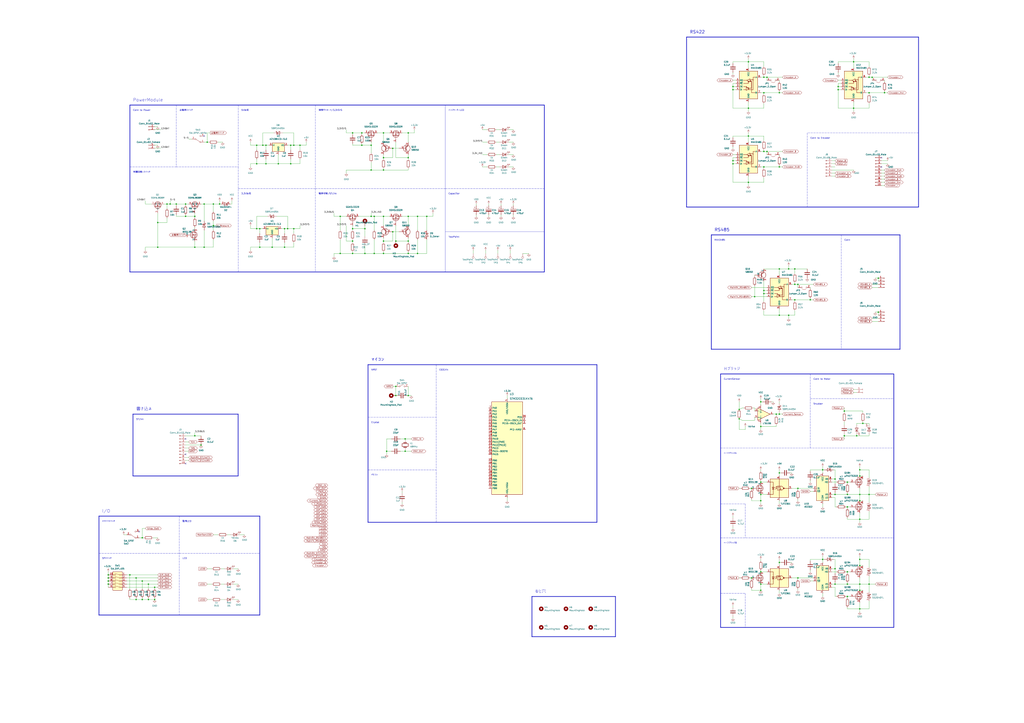
<source format=kicad_sch>
(kicad_sch (version 20211123) (generator eeschema)
  (paper "A1")
  (junction (at 716.28 63.5))
  (junction (at 627.38 238.76))
  (junction (at 88.9 472.44))
  (junction (at 175.26 167.64))
  (junction (at 299.72 208.28))
  (junction (at 655.32 401.32))
  (junction (at 708.66 347.98))
  (junction (at 299.72 187.96))
  (junction (at 701.04 50.8))
  (junction (at 322.58 190.5))
  (junction (at 213.36 187.96))
  (junction (at 228.6 134.62))
  (junction (at 325.12 325.12))
  (junction (at 304.8 119.38))
  (junction (at 241.3 187.96))
  (junction (at 627.38 137.16))
  (junction (at 314.96 129.54))
  (junction (at 695.96 406.4))
  (junction (at 601.98 73.66))
  (junction (at 693.42 358.14))
  (junction (at 160.02 358.14))
  (junction (at 601.98 132.08))
  (junction (at 652.78 220.98))
  (junction (at 160.02 203.2))
  (junction (at 614.68 50.8))
  (junction (at 139.7 167.64))
  (junction (at 137.16 167.64))
  (junction (at 640.08 259.08))
  (junction (at 218.44 134.62))
  (junction (at 624.84 406.4))
  (junction (at 619.76 243.84))
  (junction (at 614.68 88.9))
  (junction (at 297.18 119.38))
  (junction (at 106.68 472.44))
  (junction (at 614.68 149.86))
  (junction (at 713.74 406.4))
  (junction (at 167.64 203.2))
  (junction (at 289.56 198.12))
  (junction (at 688.34 71.12))
  (junction (at 180.34 167.64))
  (junction (at 111.76 492.76))
  (junction (at 160.02 177.8))
  (junction (at 721.36 228.6))
  (junction (at 701.04 88.9))
  (junction (at 640.08 462.28))
  (junction (at 129.54 203.2))
  (junction (at 304.8 177.8))
  (junction (at 335.28 177.8))
  (junction (at 640.08 340.36))
  (junction (at 88.9 480.06))
  (junction (at 233.68 187.96))
  (junction (at 713.74 76.2))
  (junction (at 152.4 177.8))
  (junction (at 647.7 220.98))
  (junction (at 706.12 480.06))
  (junction (at 144.78 167.64))
  (junction (at 695.96 396.24))
  (junction (at 624.84 330.2))
  (junction (at 335.28 129.54))
  (junction (at 127 492.76))
  (junction (at 335.28 208.28))
  (junction (at 655.32 474.98))
  (junction (at 325.12 198.12))
  (junction (at 246.38 119.38))
  (junction (at 640.08 137.16))
  (junction (at 665.48 246.38))
  (junction (at 238.76 134.62))
  (junction (at 627.38 63.5))
  (junction (at 223.52 203.2))
  (junction (at 121.92 492.76))
  (junction (at 695.96 416.56))
  (junction (at 713.74 63.5))
  (junction (at 332.74 370.84))
  (junction (at 627.38 124.46))
  (junction (at 624.84 411.48))
  (junction (at 325.12 317.5))
  (junction (at 685.8 467.36))
  (junction (at 314.96 198.12))
  (junction (at 688.34 73.66))
  (junction (at 241.3 119.38))
  (junction (at 314.96 177.8))
  (junction (at 627.38 76.2))
  (junction (at 210.82 119.38))
  (junction (at 652.78 246.38))
  (junction (at 624.84 350.52))
  (junction (at 342.9 208.28))
  (junction (at 175.26 185.42))
  (junction (at 713.74 480.06))
  (junction (at 624.84 485.14))
  (junction (at 314.96 109.22))
  (junction (at 218.44 119.38))
  (junction (at 706.12 500.38))
  (junction (at 637.54 340.36))
  (junction (at 647.7 259.08))
  (junction (at 693.42 337.82))
  (junction (at 289.56 208.28))
  (junction (at 121.92 480.06))
  (junction (at 629.92 124.46))
  (junction (at 322.58 121.92))
  (junction (at 607.06 344.17))
  (junction (at 640.08 388.62))
  (junction (at 297.18 109.22))
  (junction (at 233.68 203.2))
  (junction (at 614.68 111.76))
  (junction (at 624.84 480.06))
  (junction (at 307.34 208.28))
  (junction (at 210.82 134.62))
  (junction (at 165.1 365.76))
  (junction (at 152.4 167.64))
  (junction (at 210.82 187.96))
  (junction (at 335.28 325.12))
  (junction (at 116.84 477.52))
  (junction (at 314.96 139.7))
  (junction (at 314.96 208.28))
  (junction (at 675.64 386.08))
  (junction (at 238.76 119.38))
  (junction (at 685.8 393.7))
  (junction (at 655.32 233.68))
  (junction (at 111.76 474.98))
  (junction (at 307.34 177.8))
  (junction (at 706.12 406.4))
  (junction (at 127 482.6))
  (junction (at 685.8 480.06))
  (junction (at 167.64 167.64))
  (junction (at 215.9 119.38))
  (junction (at 726.44 76.2))
  (junction (at 706.12 391.16))
  (junction (at 88.9 477.52))
  (junction (at 640.08 220.98))
  (junction (at 279.4 208.28))
  (junction (at 695.96 490.22))
  (junction (at 607.06 336.55))
  (junction (at 617.22 474.98))
  (junction (at 629.92 63.5))
  (junction (at 640.08 76.2))
  (junction (at 685.8 406.4))
  (junction (at 624.84 396.24))
  (junction (at 721.36 256.54))
  (junction (at 706.12 464.82))
  (junction (at 617.22 401.32))
  (junction (at 213.36 203.2))
  (junction (at 695.96 469.9))
  (junction (at 627.38 241.3))
  (junction (at 116.84 492.76))
  (junction (at 335.28 198.12))
  (junction (at 350.52 177.8))
  (junction (at 652.78 233.68))
  (junction (at 335.28 109.22))
  (junction (at 289.56 109.22))
  (junction (at 170.18 116.84))
  (junction (at 116.84 441.96))
  (junction (at 342.9 177.8))
  (junction (at 304.8 139.7))
  (junction (at 706.12 411.48))
  (junction (at 624.84 469.9))
  (junction (at 706.12 459.74))
  (junction (at 317.5 370.84))
  (junction (at 289.56 187.96))
  (junction (at 675.64 459.74))
  (junction (at 332.74 360.68))
  (junction (at 601.98 71.12))
  (junction (at 706.12 426.72))
  (junction (at 236.22 187.96))
  (junction (at 706.12 485.14))
  (junction (at 601.98 134.62))
  (junction (at 88.9 474.98))
  (junction (at 706.12 386.08))
  (junction (at 703.58 358.14))
  (junction (at 695.96 480.06))
  (junction (at 129.54 182.88))
  (junction (at 279.4 177.8))
  (no_connect (at 723.9 129.54))
  (no_connect (at 723.9 137.16))
  (no_connect (at 152.4 381))
  (no_connect (at 152.4 373.38))
  (no_connect (at 167.64 111.76))
  (no_connect (at 114.3 436.88))
  (no_connect (at 152.4 360.68))
  (wire (pts (xy 685.8 386.08) (xy 685.8 393.7)))
  (wire (pts (xy 228.6 127) (xy 228.6 134.62)))
  (wire (pts (xy 624.84 63.5) (xy 627.38 63.5)))
  (wire (pts (xy 665.48 461.01) (xy 665.48 459.74)))
  (wire (pts (xy 279.4 196.85) (xy 279.4 208.28)))
  (wire (pts (xy 640.08 485.14) (xy 640.08 487.68)))
  (polyline (pts (xy 259.08 86.36) (xy 259.08 154.94)))
  (wire (pts (xy 129.54 203.2) (xy 119.38 203.2)))
  (wire (pts (xy 640.08 254) (xy 640.08 259.08)))
  (wire (pts (xy 711.2 63.5) (xy 713.74 63.5)))
  (wire (pts (xy 617.22 483.87) (xy 617.22 485.14)))
  (wire (pts (xy 694.69 416.56) (xy 695.96 416.56)))
  (wire (pts (xy 640.08 66.04) (xy 640.08 67.31)))
  (wire (pts (xy 210.82 177.8) (xy 210.82 187.96)))
  (wire (pts (xy 335.28 185.42) (xy 335.28 177.8)))
  (wire (pts (xy 627.38 238.76) (xy 627.38 241.3)))
  (wire (pts (xy 665.48 246.38) (xy 668.02 246.38)))
  (wire (pts (xy 721.36 256.54) (xy 721.36 259.08)))
  (wire (pts (xy 721.36 233.68) (xy 716.28 233.68)))
  (wire (pts (xy 614.68 111.76) (xy 627.38 111.76)))
  (wire (pts (xy 601.98 424.18) (xy 601.98 425.45)))
  (wire (pts (xy 627.38 63.5) (xy 629.92 63.5)))
  (wire (pts (xy 721.36 264.16) (xy 716.28 264.16)))
  (wire (pts (xy 328.93 370.84) (xy 332.74 370.84)))
  (polyline (pts (xy 195.58 86.36) (xy 195.58 137.16)))
  (wire (pts (xy 284.48 109.22) (xy 289.56 109.22)))
  (wire (pts (xy 627.38 259.08) (xy 640.08 259.08)))
  (wire (pts (xy 116.84 483.87) (xy 116.84 477.52)))
  (wire (pts (xy 309.88 109.22) (xy 314.96 109.22)))
  (wire (pts (xy 665.48 459.74) (xy 675.64 459.74)))
  (wire (pts (xy 627.38 62.23) (xy 627.38 63.5)))
  (wire (pts (xy 685.8 467.36) (xy 683.26 467.36)))
  (wire (pts (xy 127 492.76) (xy 127 491.49)))
  (wire (pts (xy 721.36 236.22) (xy 716.28 236.22)))
  (wire (pts (xy 332.74 360.68) (xy 332.74 361.95)))
  (wire (pts (xy 396.24 127) (xy 400.05 127)))
  (wire (pts (xy 246.38 185.42) (xy 246.38 187.96)))
  (wire (pts (xy 325.12 317.5) (xy 325.12 325.12)))
  (wire (pts (xy 683.26 144.78) (xy 685.8 144.78)))
  (wire (pts (xy 624.84 76.2) (xy 627.38 76.2)))
  (wire (pts (xy 307.34 208.28) (xy 314.96 208.28)))
  (wire (pts (xy 726.44 144.78) (xy 723.9 144.78)))
  (wire (pts (xy 152.4 368.3) (xy 154.94 368.3)))
  (wire (pts (xy 624.84 350.52) (xy 624.84 353.06)))
  (wire (pts (xy 627.38 85.09) (xy 627.38 88.9)))
  (wire (pts (xy 685.8 480.06) (xy 683.26 480.06)))
  (wire (pts (xy 640.08 220.98) (xy 640.08 226.06)))
  (wire (pts (xy 601.98 127) (xy 604.52 127)))
  (wire (pts (xy 601.98 73.66) (xy 601.98 88.9)))
  (wire (pts (xy 152.4 378.46) (xy 154.94 378.46)))
  (wire (pts (xy 246.38 119.38) (xy 251.46 119.38)))
  (wire (pts (xy 713.74 76.2) (xy 713.74 77.47)))
  (wire (pts (xy 614.68 88.9) (xy 627.38 88.9)))
  (wire (pts (xy 325.12 116.84) (xy 325.12 129.54)))
  (wire (pts (xy 233.68 187.96) (xy 233.68 191.77)))
  (wire (pts (xy 238.76 119.38) (xy 241.3 119.38)))
  (polyline (pts (xy 505.46 523.24) (xy 505.46 490.22)) (stroke (width 0.5) (type solid)))
  (polyline (pts (xy 447.04 86.36) (xy 447.04 223.52)) (stroke (width 0.5) (type solid)))
  (wire (pts (xy 627.38 146.05) (xy 627.38 149.86)))
  (wire (pts (xy 411.48 176.53) (xy 411.48 177.8)))
  (wire (pts (xy 640.08 388.62) (xy 640.08 386.08)))
  (wire (pts (xy 210.82 187.96) (xy 213.36 187.96)))
  (wire (pts (xy 601.98 134.62) (xy 604.52 134.62)))
  (wire (pts (xy 307.34 189.23) (xy 307.34 177.8)))
  (polyline (pts (xy 106.68 223.52) (xy 106.68 86.36)) (stroke (width 0.5) (type solid)))
  (wire (pts (xy 640.08 340.36) (xy 642.62 340.36)))
  (wire (pts (xy 314.96 138.43) (xy 314.96 139.7)))
  (wire (pts (xy 675.64 459.74) (xy 676.91 459.74)))
  (wire (pts (xy 688.34 71.12) (xy 688.34 73.66)))
  (wire (pts (xy 640.08 220.98) (xy 647.7 220.98)))
  (wire (pts (xy 721.36 261.62) (xy 716.28 261.62)))
  (wire (pts (xy 127 482.6) (xy 129.54 482.6)))
  (wire (pts (xy 190.5 167.64) (xy 189.23 167.64)))
  (wire (pts (xy 624.84 396.24) (xy 629.92 396.24)))
  (wire (pts (xy 614.68 144.78) (xy 614.68 149.86)))
  (wire (pts (xy 629.92 124.46) (xy 629.92 127)))
  (wire (pts (xy 713.74 76.2) (xy 726.44 76.2)))
  (wire (pts (xy 335.28 317.5) (xy 335.28 325.12)))
  (wire (pts (xy 627.38 137.16) (xy 627.38 138.43)))
  (wire (pts (xy 617.22 474.98) (xy 617.22 476.25)))
  (wire (pts (xy 241.3 187.96) (xy 246.38 187.96)))
  (polyline (pts (xy 302.26 299.72) (xy 490.22 299.72)) (stroke (width 0.5) (type solid)))
  (wire (pts (xy 223.52 195.58) (xy 223.52 203.2)))
  (wire (pts (xy 116.84 434.34) (xy 116.84 441.96)))
  (wire (pts (xy 307.34 177.8) (xy 314.96 177.8)))
  (wire (pts (xy 330.2 109.22) (xy 335.28 109.22)))
  (wire (pts (xy 196.85 439.42) (xy 200.66 439.42)))
  (wire (pts (xy 215.9 109.22) (xy 215.9 119.38)))
  (wire (pts (xy 624.84 406.4) (xy 629.92 406.4)))
  (polyline (pts (xy 754.38 170.18) (xy 754.38 30.48)) (stroke (width 0.5) (type solid)))
  (wire (pts (xy 88.9 480.06) (xy 88.9 482.6)))
  (wire (pts (xy 322.58 190.5) (xy 327.66 190.5)))
  (polyline (pts (xy 358.14 299.72) (xy 358.14 335.28)))
  (wire (pts (xy 713.74 480.06) (xy 706.12 480.06)))
  (wire (pts (xy 683.26 137.16) (xy 685.8 137.16)))
  (wire (pts (xy 111.76 474.98) (xy 129.54 474.98)))
  (polyline (pts (xy 591.82 307.34) (xy 734.06 307.34)) (stroke (width 0.5) (type solid)))
  (wire (pts (xy 167.64 167.64) (xy 167.64 181.61)))
  (wire (pts (xy 335.28 195.58) (xy 335.28 198.12)))
  (wire (pts (xy 119.38 203.2) (xy 119.38 205.74)))
  (wire (pts (xy 284.48 198.12) (xy 289.56 198.12)))
  (wire (pts (xy 106.68 492.76) (xy 111.76 492.76)))
  (wire (pts (xy 713.74 85.09) (xy 713.74 88.9)))
  (wire (pts (xy 181.61 492.76) (xy 184.15 492.76)))
  (wire (pts (xy 205.74 134.62) (xy 205.74 137.16)))
  (wire (pts (xy 175.26 167.64) (xy 180.34 167.64)))
  (wire (pts (xy 633.73 330.2) (xy 635 330.2)))
  (wire (pts (xy 726.44 76.2) (xy 728.98 76.2)))
  (wire (pts (xy 205.74 134.62) (xy 210.82 134.62)))
  (wire (pts (xy 713.74 426.72) (xy 706.12 426.72)))
  (wire (pts (xy 114.3 441.96) (xy 116.84 441.96)))
  (wire (pts (xy 708.66 347.98) (xy 713.74 347.98)))
  (wire (pts (xy 340.36 106.68) (xy 340.36 109.22)))
  (wire (pts (xy 601.98 129.54) (xy 604.52 129.54)))
  (wire (pts (xy 330.2 412.75) (xy 330.2 414.02)))
  (wire (pts (xy 289.56 109.22) (xy 297.18 109.22)))
  (wire (pts (xy 314.96 127) (xy 314.96 129.54)))
  (wire (pts (xy 601.98 66.04) (xy 604.52 66.04)))
  (wire (pts (xy 601.98 113.03) (xy 601.98 111.76)))
  (wire (pts (xy 332.74 360.68) (xy 337.82 360.68)))
  (wire (pts (xy 175.26 167.64) (xy 175.26 173.99)))
  (wire (pts (xy 241.3 119.38) (xy 246.38 119.38)))
  (wire (pts (xy 218.44 134.62) (xy 228.6 134.62)))
  (wire (pts (xy 106.68 492.76) (xy 106.68 491.49)))
  (wire (pts (xy 416.56 325.12) (xy 416.56 327.66)))
  (wire (pts (xy 627.38 76.2) (xy 640.08 76.2)))
  (wire (pts (xy 703.58 322.58) (xy 701.04 322.58)))
  (wire (pts (xy 322.58 121.92) (xy 327.66 121.92)))
  (wire (pts (xy 297.18 109.22) (xy 299.72 109.22)))
  (wire (pts (xy 695.96 416.56) (xy 695.96 417.83)))
  (wire (pts (xy 129.54 175.26) (xy 129.54 182.88)))
  (wire (pts (xy 236.22 177.8) (xy 236.22 187.96)))
  (wire (pts (xy 617.22 411.48) (xy 624.84 411.48)))
  (polyline (pts (xy 739.14 287.02) (xy 739.14 193.04)) (stroke (width 0.5) (type solid)))
  (wire (pts (xy 624.84 414.02) (xy 624.84 411.48)))
  (wire (pts (xy 683.26 134.62) (xy 685.8 134.62)))
  (wire (pts (xy 708.66 346.71) (xy 708.66 347.98)))
  (wire (pts (xy 685.8 406.4) (xy 683.26 406.4)))
  (wire (pts (xy 675.64 386.08) (xy 676.91 386.08)))
  (wire (pts (xy 391.16 167.64) (xy 391.16 168.91)))
  (wire (pts (xy 419.1 205.74) (xy 419.1 208.28)))
  (wire (pts (xy 607.06 330.2) (xy 607.06 336.55)))
  (wire (pts (xy 215.9 109.22) (xy 224.79 109.22)))
  (wire (pts (xy 706.12 383.54) (xy 706.12 386.08)))
  (wire (pts (xy 640.08 462.28) (xy 640.08 464.82)))
  (wire (pts (xy 706.12 391.16) (xy 708.66 391.16)))
  (wire (pts (xy 685.8 405.13) (xy 685.8 406.4)))
  (wire (pts (xy 127 106.68) (xy 132.08 106.68)))
  (wire (pts (xy 299.72 185.42) (xy 299.72 187.96)))
  (wire (pts (xy 701.04 83.82) (xy 701.04 88.9)))
  (wire (pts (xy 210.82 119.38) (xy 210.82 123.19)))
  (polyline (pts (xy 259.08 154.94) (xy 365.76 154.94)))
  (wire (pts (xy 205.74 203.2) (xy 213.36 203.2)))
  (wire (pts (xy 693.42 346.71) (xy 693.42 349.25)))
  (polyline (pts (xy 591.82 441.96) (xy 734.06 441.96)))
  (wire (pts (xy 307.34 196.85) (xy 307.34 208.28)))
  (wire (pts (xy 284.48 185.42) (xy 284.48 198.12)))
  (wire (pts (xy 683.26 142.24) (xy 685.8 142.24)))
  (polyline (pts (xy 144.78 137.16) (xy 195.58 137.16)))
  (wire (pts (xy 726.44 152.4) (xy 723.9 152.4)))
  (polyline (pts (xy 195.58 154.94) (xy 259.08 154.94)))
  (wire (pts (xy 205.74 185.42) (xy 205.74 187.96)))
  (wire (pts (xy 210.82 130.81) (xy 210.82 134.62)))
  (wire (pts (xy 629.92 63.5) (xy 642.62 63.5)))
  (wire (pts (xy 152.4 358.14) (xy 160.02 358.14)))
  (wire (pts (xy 665.48 236.22) (xy 665.48 237.49)))
  (wire (pts (xy 675.64 414.02) (xy 675.64 416.56)))
  (polyline (pts (xy 147.32 454.66) (xy 213.36 454.66)))
  (polyline (pts (xy 591.82 515.62) (xy 734.06 515.62)) (stroke (width 0.5) (type solid)))
  (wire (pts (xy 213.36 187.96) (xy 215.9 187.96)))
  (wire (pts (xy 104.14 474.98) (xy 111.76 474.98)))
  (wire (pts (xy 232.41 109.22) (xy 241.3 109.22)))
  (wire (pts (xy 601.98 506.73) (xy 601.98 508)))
  (wire (pts (xy 342.9 177.8) (xy 350.52 177.8)))
  (wire (pts (xy 695.96 406.4) (xy 685.8 406.4)))
  (wire (pts (xy 647.7 220.98) (xy 647.7 218.44)))
  (wire (pts (xy 342.9 196.85) (xy 342.9 208.28)))
  (wire (pts (xy 191.77 467.36) (xy 195.58 467.36)))
  (wire (pts (xy 233.68 203.2) (xy 241.3 203.2)))
  (polyline (pts (xy 195.58 391.16) (xy 195.58 340.36)) (stroke (width 0.5) (type solid)))
  (wire (pts (xy 274.32 208.28) (xy 279.4 208.28)))
  (polyline (pts (xy 591.82 368.3) (xy 734.06 368.3)))
  (polyline (pts (xy 436.88 523.24) (xy 505.46 523.24)) (stroke (width 0.5) (type solid)))
  (wire (pts (xy 703.58 349.25) (xy 703.58 347.98)))
  (wire (pts (xy 655.32 233.68) (xy 655.32 236.22)))
  (wire (pts (xy 304.8 119.38) (xy 304.8 125.73)))
  (wire (pts (xy 289.56 189.23) (xy 289.56 187.96)))
  (wire (pts (xy 321.31 360.68) (xy 317.5 360.68)))
  (polyline (pts (xy 213.36 505.46) (xy 213.36 424.18)) (stroke (width 0.5) (type solid)))
  (wire (pts (xy 304.8 133.35) (xy 304.8 139.7)))
  (wire (pts (xy 160.02 355.6) (xy 160.02 358.14)))
  (wire (pts (xy 706.12 426.72) (xy 706.12 429.26)))
  (wire (pts (xy 706.12 411.48) (xy 708.66 411.48)))
  (wire (pts (xy 618.49 335.28) (xy 619.76 335.28)))
  (wire (pts (xy 688.34 73.66) (xy 688.34 88.9)))
  (polyline (pts (xy 490.22 429.26) (xy 490.22 299.72)) (stroke (width 0.5) (type solid)))
  (polyline (pts (xy 436.88 490.22) (xy 436.88 523.24)) (stroke (width 0.5) (type solid)))
  (wire (pts (xy 180.34 167.64) (xy 181.61 167.64)))
  (wire (pts (xy 695.96 426.72) (xy 706.12 426.72)))
  (wire (pts (xy 652.78 246.38) (xy 665.48 246.38)))
  (wire (pts (xy 640.08 462.28) (xy 640.08 459.74)))
  (wire (pts (xy 121.92 492.76) (xy 121.92 491.49)))
  (wire (pts (xy 723.9 134.62) (xy 728.98 134.62)))
  (polyline (pts (xy 195.58 340.36) (xy 109.22 340.36)) (stroke (width 0.5) (type solid)))
  (wire (pts (xy 421.64 176.53) (xy 421.64 177.8)))
  (wire (pts (xy 407.67 116.84) (xy 410.21 116.84)))
  (wire (pts (xy 350.52 196.85) (xy 350.52 208.28)))
  (wire (pts (xy 231.14 187.96) (xy 233.68 187.96)))
  (wire (pts (xy 106.68 472.44) (xy 129.54 472.44)))
  (wire (pts (xy 624.84 124.46) (xy 627.38 124.46)))
  (wire (pts (xy 706.12 421.64) (xy 706.12 426.72)))
  (wire (pts (xy 119.38 165.1) (xy 119.38 167.64)))
  (wire (pts (xy 652.78 255.27) (xy 652.78 259.08)))
  (wire (pts (xy 675.64 487.68) (xy 675.64 490.22)))
  (wire (pts (xy 160.02 186.69) (xy 160.02 187.96)))
  (wire (pts (xy 640.08 137.16) (xy 642.62 137.16)))
  (wire (pts (xy 297.18 109.22) (xy 297.18 110.49)))
  (wire (pts (xy 160.02 198.12) (xy 160.02 203.2)))
  (wire (pts (xy 701.04 50.8) (xy 701.04 55.88)))
  (wire (pts (xy 601.98 68.58) (xy 601.98 71.12)))
  (wire (pts (xy 713.74 459.74) (xy 706.12 459.74)))
  (polyline (pts (xy 81.28 505.46) (xy 81.28 424.18)) (stroke (width 0.5) (type solid)))
  (wire (pts (xy 713.74 500.38) (xy 706.12 500.38)))
  (wire (pts (xy 304.8 139.7) (xy 314.96 139.7)))
  (wire (pts (xy 335.28 177.8) (xy 342.9 177.8)))
  (wire (pts (xy 601.98 52.07) (xy 601.98 50.8)))
  (wire (pts (xy 615.95 401.32) (xy 617.22 401.32)))
  (wire (pts (xy 726.44 149.86) (xy 723.9 149.86)))
  (wire (pts (xy 104.14 482.6) (xy 127 482.6)))
  (wire (pts (xy 627.38 137.16) (xy 640.08 137.16)))
  (wire (pts (xy 101.6 439.42) (xy 104.14 439.42)))
  (wire (pts (xy 601.98 68.58) (xy 604.52 68.58)))
  (wire (pts (xy 683.26 132.08) (xy 685.8 132.08)))
  (wire (pts (xy 246.38 130.81) (xy 246.38 134.62)))
  (wire (pts (xy 685.8 393.7) (xy 685.8 397.51)))
  (wire (pts (xy 119.38 167.64) (xy 124.46 167.64)))
  (wire (pts (xy 350.52 177.8) (xy 355.6 177.8)))
  (wire (pts (xy 683.26 396.24) (xy 687.07 396.24)))
  (wire (pts (xy 317.5 370.84) (xy 321.31 370.84)))
  (wire (pts (xy 601.98 132.08) (xy 604.52 132.08)))
  (wire (pts (xy 706.12 406.4) (xy 706.12 411.48)))
  (wire (pts (xy 322.58 317.5) (xy 325.12 317.5)))
  (wire (pts (xy 144.78 167.64) (xy 144.78 168.91)))
  (wire (pts (xy 701.04 88.9) (xy 713.74 88.9)))
  (wire (pts (xy 88.9 477.52) (xy 88.9 480.06)))
  (wire (pts (xy 675.64 386.08) (xy 675.64 388.62)))
  (wire (pts (xy 685.8 490.22) (xy 687.07 490.22)))
  (wire (pts (xy 624.84 137.16) (xy 627.38 137.16)))
  (wire (pts (xy 716.28 63.5) (xy 728.98 63.5)))
  (polyline (pts (xy 302.26 299.72) (xy 302.26 429.26)) (stroke (width 0.5) (type solid)))
  (wire (pts (xy 701.04 88.9) (xy 701.04 91.44)))
  (polyline (pts (xy 81.28 424.18) (xy 213.36 424.18)) (stroke (width 0.5) (type solid)))
  (wire (pts (xy 627.38 220.98) (xy 640.08 220.98)))
  (polyline (pts (xy 591.82 487.68) (xy 612.14 487.68)))
  (wire (pts (xy 706.12 480.06) (xy 695.96 480.06)))
  (wire (pts (xy 650.24 474.98) (xy 655.32 474.98)))
  (wire (pts (xy 601.98 149.86) (xy 614.68 149.86)))
  (wire (pts (xy 342.9 177.8) (xy 342.9 189.23)))
  (wire (pts (xy 429.26 208.28) (xy 434.34 208.28)))
  (wire (pts (xy 685.8 393.7) (xy 683.26 393.7)))
  (wire (pts (xy 619.76 234.95) (xy 619.76 243.84)))
  (wire (pts (xy 723.9 132.08) (xy 728.98 132.08)))
  (polyline (pts (xy 106.68 86.36) (xy 447.04 86.36)) (stroke (width 0.5) (type solid)))
  (wire (pts (xy 695.96 396.24) (xy 695.96 397.51)))
  (wire (pts (xy 284.48 106.68) (xy 284.48 109.22)))
  (wire (pts (xy 251.46 116.84) (xy 251.46 119.38)))
  (wire (pts (xy 640.08 340.36) (xy 640.08 339.09)))
  (wire (pts (xy 170.18 116.84) (xy 171.45 116.84)))
  (wire (pts (xy 713.74 63.5) (xy 716.28 63.5)))
  (wire (pts (xy 640.08 330.2) (xy 640.08 331.47)))
  (wire (pts (xy 104.14 472.44) (xy 106.68 472.44)))
  (wire (pts (xy 713.74 406.4) (xy 713.74 412.75)))
  (wire (pts (xy 205.74 116.84) (xy 205.74 119.38)))
  (wire (pts (xy 299.72 194.31) (xy 299.72 187.96)))
  (wire (pts (xy 274.32 177.8) (xy 279.4 177.8)))
  (wire (pts (xy 615.95 474.98) (xy 617.22 474.98)))
  (polyline (pts (xy 147.32 424.18) (xy 147.32 505.46)))
  (wire (pts (xy 289.56 196.85) (xy 289.56 198.12)))
  (wire (pts (xy 417.83 106.68) (xy 421.64 106.68)))
  (wire (pts (xy 289.56 118.11) (xy 289.56 119.38)))
  (wire (pts (xy 210.82 134.62) (xy 218.44 134.62)))
  (wire (pts (xy 624.84 394.97) (xy 624.84 396.24)))
  (polyline (pts (xy 144.78 86.36) (xy 144.78 137.16)))
  (polyline (pts (xy 754.38 109.22) (xy 662.94 109.22)))
  (wire (pts (xy 314.96 198.12) (xy 322.58 198.12)))
  (wire (pts (xy 416.56 408.94) (xy 416.56 411.48)))
  (wire (pts (xy 160.02 358.14) (xy 165.1 358.14)))
  (wire (pts (xy 330.2 177.8) (xy 335.28 177.8)))
  (wire (pts (xy 601.98 88.9) (xy 614.68 88.9)))
  (wire (pts (xy 175.26 181.61) (xy 175.26 185.42)))
  (wire (pts (xy 703.58 358.14) (xy 693.42 358.14)))
  (wire (pts (xy 179.07 116.84) (xy 182.88 116.84)))
  (wire (pts (xy 652.78 220.98) (xy 662.94 220.98)))
  (wire (pts (xy 205.74 187.96) (xy 210.82 187.96)))
  (wire (pts (xy 289.56 208.28) (xy 289.56 207.01)))
  (wire (pts (xy 119.38 434.34) (xy 116.84 434.34)))
  (wire (pts (xy 223.52 203.2) (xy 233.68 203.2)))
  (wire (pts (xy 685.8 416.56) (xy 687.07 416.56)))
  (wire (pts (xy 274.32 175.26) (xy 274.32 177.8)))
  (wire (pts (xy 304.8 116.84) (xy 304.8 119.38)))
  (wire (pts (xy 152.4 375.92) (xy 154.94 375.92)))
  (wire (pts (xy 703.58 347.98) (xy 708.66 347.98)))
  (wire (pts (xy 675.64 457.2) (xy 675.64 459.74)))
  (wire (pts (xy 314.96 195.58) (xy 314.96 198.12)))
  (wire (pts (xy 701.04 50.8) (xy 701.04 48.26)))
  (polyline (pts (xy 584.2 287.02) (xy 739.14 287.02)) (stroke (width 0.5) (type solid)))
  (wire (pts (xy 215.9 119.38) (xy 218.44 119.38)))
  (wire (pts (xy 685.8 478.79) (xy 685.8 480.06)))
  (wire (pts (xy 695.96 478.79) (xy 695.96 480.06)))
  (wire (pts (xy 706.12 406.4) (xy 695.96 406.4)))
  (wire (pts (xy 152.4 365.76) (xy 165.1 365.76)))
  (wire (pts (xy 289.56 119.38) (xy 297.18 119.38)))
  (wire (pts (xy 152.4 167.64) (xy 152.4 168.91)))
  (polyline (pts (xy 302.26 342.9) (xy 358.14 342.9)))
  (wire (pts (xy 139.7 165.1) (xy 139.7 167.64)))
  (wire (pts (xy 695.96 499.11) (xy 695.96 500.38)))
  (wire (pts (xy 713.74 386.08) (xy 706.12 386.08)))
  (wire (pts (xy 627.38 241.3) (xy 629.92 241.3)))
  (wire (pts (xy 601.98 50.8) (xy 614.68 50.8)))
  (wire (pts (xy 279.4 208.28) (xy 289.56 208.28)))
  (wire (pts (xy 601.98 111.76) (xy 614.68 111.76)))
  (wire (pts (xy 335.28 109.22) (xy 340.36 109.22)))
  (wire (pts (xy 335.28 198.12) (xy 335.28 199.39)))
  (wire (pts (xy 106.68 472.44) (xy 106.68 483.87)))
  (wire (pts (xy 716.28 63.5) (xy 716.28 66.04)))
  (wire (pts (xy 713.74 473.71) (xy 713.74 480.06)))
  (wire (pts (xy 160.02 175.26) (xy 160.02 177.8)))
  (wire (pts (xy 127 121.92) (xy 132.08 121.92)))
  (wire (pts (xy 233.68 199.39) (xy 233.68 203.2)))
  (wire (pts (xy 601.98 134.62) (xy 601.98 149.86)))
  (wire (pts (xy 624.84 386.08) (xy 624.84 387.35)))
  (wire (pts (xy 617.22 485.14) (xy 624.84 485.14)))
  (polyline (pts (xy 358.14 388.62) (xy 358.14 429.26)))
  (wire (pts (xy 627.38 238.76) (xy 629.92 238.76)))
  (wire (pts (xy 612.14 353.06) (xy 612.14 350.52)))
  (wire (pts (xy 154.94 114.3) (xy 157.48 114.3)))
  (wire (pts (xy 624.84 459.74) (xy 624.84 461.01)))
  (wire (pts (xy 137.16 167.64) (xy 137.16 171.45)))
  (wire (pts (xy 647.7 259.08) (xy 640.08 259.08)))
  (wire (pts (xy 640.08 74.93) (xy 640.08 76.2)))
  (polyline (pts (xy 662.94 109.22) (xy 662.94 170.18)))
  (wire (pts (xy 647.7 259.08) (xy 647.7 261.62)))
  (wire (pts (xy 134.62 167.64) (xy 137.16 167.64)))
  (wire (pts (xy 160.02 177.8) (xy 160.02 179.07)))
  (wire (pts (xy 127 119.38) (xy 129.54 119.38)))
  (wire (pts (xy 421.64 167.64) (xy 421.64 168.91)))
  (wire (pts (xy 111.76 492.76) (xy 111.76 491.49)))
  (wire (pts (xy 314.96 129.54) (xy 314.96 130.81)))
  (wire (pts (xy 274.32 210.82) (xy 274.32 208.28)))
  (wire (pts (xy 111.76 474.98) (xy 111.76 483.87)))
  (polyline (pts (xy 259.08 154.94) (xy 259.08 223.52)))
  (wire (pts (xy 648.97 462.28) (xy 650.24 462.28)))
  (wire (pts (xy 695.96 490.22) (xy 695.96 491.49)))
  (wire (pts (xy 88.9 469.9) (xy 88.9 472.44)))
  (wire (pts (xy 297.18 118.11) (xy 297.18 119.38)))
  (wire (pts (xy 325.12 185.42) (xy 325.12 198.12)))
  (wire (pts (xy 693.42 337.82) (xy 693.42 339.09)))
  (wire (pts (xy 665.48 394.97) (xy 665.48 396.24)))
  (wire (pts (xy 233.68 187.96) (xy 236.22 187.96)))
  (wire (pts (xy 299.72 208.28) (xy 307.34 208.28)))
  (wire (pts (xy 88.9 474.98) (xy 88.9 477.52)))
  (wire (pts (xy 411.48 167.64) (xy 411.48 168.91)))
  (wire (pts (xy 695.96 425.45) (xy 695.96 426.72)))
  (wire (pts (xy 205.74 203.2) (xy 205.74 205.74)))
  (wire (pts (xy 683.26 482.6) (xy 685.8 482.6)))
  (wire (pts (xy 694.69 396.24) (xy 695.96 396.24)))
  (wire (pts (xy 190.5 165.1) (xy 190.5 167.64)))
  (wire (pts (xy 320.04 177.8) (xy 314.96 177.8)))
  (wire (pts (xy 213.36 199.39) (xy 213.36 203.2)))
  (wire (pts (xy 152.4 370.84) (xy 154.94 370.84)))
  (wire (pts (xy 241.3 187.96) (xy 241.3 191.77)))
  (wire (pts (xy 648.97 388.62) (xy 650.24 388.62)))
  (wire (pts (xy 652.78 220.98) (xy 652.78 224.79)))
  (wire (pts (xy 144.78 176.53) (xy 144.78 177.8)))
  (polyline (pts (xy 365.76 154.94) (xy 365.76 86.36)) (stroke (width 0) (type solid)))
  (wire (pts (xy 713.74 406.4) (xy 706.12 406.4)))
  (wire (pts (xy 325.12 129.54) (xy 335.28 129.54)))
  (wire (pts (xy 713.74 356.87) (xy 713.74 358.14)))
  (polyline (pts (xy 739.14 193.04) (xy 584.2 193.04)) (stroke (width 0.5) (type solid)))
  (polyline (pts (xy 109.22 340.36) (xy 109.22 391.16)) (stroke (width 0.5) (type solid)))
  (wire (pts (xy 688.34 71.12) (xy 690.88 71.12)))
  (wire (pts (xy 152.4 167.64) (xy 154.94 167.64)))
  (polyline (pts (xy 109.22 391.16) (xy 195.58 391.16)) (stroke (width 0.5) (type solid)))
  (polyline (pts (xy 81.28 505.46) (xy 213.36 505.46)) (stroke (width 0.5) (type solid)))
  (polyline (pts (xy 302.26 386.08) (xy 358.14 386.08)))
  (wire (pts (xy 614.68 50.8) (xy 614.68 55.88)))
  (wire (pts (xy 683.26 139.7) (xy 701.04 139.7)))
  (wire (pts (xy 289.56 187.96) (xy 299.72 187.96)))
  (wire (pts (xy 624.84 468.63) (xy 624.84 469.9)))
  (wire (pts (xy 325.12 198.12) (xy 335.28 198.12)))
  (wire (pts (xy 624.84 480.06) (xy 624.84 485.14)))
  (wire (pts (xy 304.8 177.8) (xy 307.34 177.8)))
  (wire (pts (xy 627.38 76.2) (xy 627.38 77.47)))
  (wire (pts (xy 391.16 176.53) (xy 391.16 177.8)))
  (wire (pts (xy 706.12 485.14) (xy 708.66 485.14)))
  (wire (pts (xy 685.8 459.74) (xy 685.8 467.36)))
  (wire (pts (xy 637.54 350.52) (xy 624.84 350.52)))
  (wire (pts (xy 655.32 401.32) (xy 668.02 401.32)))
  (wire (pts (xy 635 340.36) (xy 637.54 340.36)))
  (wire (pts (xy 314.96 139.7) (xy 335.28 139.7)))
  (wire (pts (xy 609.6 335.28) (xy 607.06 336.55)))
  (wire (pts (xy 609.6 335.28) (xy 610.87 335.28)))
  (wire (pts (xy 665.48 403.86) (xy 668.02 403.86)))
  (wire (pts (xy 614.68 149.86) (xy 627.38 149.86)))
  (wire (pts (xy 328.93 360.68) (xy 332.74 360.68)))
  (wire (pts (xy 175.26 185.42) (xy 177.8 185.42)))
  (wire (pts (xy 355.6 175.26) (xy 355.6 177.8)))
  (wire (pts (xy 289.56 208.28) (xy 299.72 208.28)))
  (polyline (pts (xy 365.76 154.94) (xy 447.04 154.94)))
  (wire (pts (xy 335.28 325.12) (xy 334.01 325.12)))
  (wire (pts (xy 713.74 400.05) (xy 713.74 406.4)))
  (wire (pts (xy 401.32 167.64) (xy 401.32 168.91)))
  (wire (pts (xy 640.08 127) (xy 640.08 128.27)))
  (wire (pts (xy 213.36 203.2) (xy 223.52 203.2)))
  (wire (pts (xy 314.96 198.12) (xy 314.96 199.39)))
  (polyline (pts (xy 665.48 307.34) (xy 665.48 368.3)))
  (wire (pts (xy 167.64 203.2) (xy 175.26 203.2)))
  (wire (pts (xy 655.32 474.98) (xy 655.32 476.25)))
  (wire (pts (xy 713.74 50.8) (xy 713.74 54.61)))
  (wire (pts (xy 614.68 50.8) (xy 627.38 50.8)))
  (wire (pts (xy 665.48 245.11) (xy 665.48 246.38)))
  (wire (pts (xy 137.16 167.64) (xy 139.7 167.64)))
  (wire (pts (xy 350.52 177.8) (xy 350.52 189.23)))
  (wire (pts (xy 401.32 176.53) (xy 401.32 177.8)))
  (wire (pts (xy 314.96 207.01) (xy 314.96 208.28)))
  (wire (pts (xy 205.74 119.38) (xy 210.82 119.38)))
  (wire (pts (xy 721.36 228.6) (xy 721.36 231.14)))
  (wire (pts (xy 706.12 459.74) (xy 706.12 464.82)))
  (wire (pts (xy 210.82 177.8) (xy 219.71 177.8)))
  (wire (pts (xy 172.72 109.22) (xy 170.18 109.22)))
  (wire (pts (xy 175.26 439.42) (xy 179.07 439.42)))
  (wire (pts (xy 228.6 134.62) (xy 238.76 134.62)))
  (wire (pts (xy 726.44 139.7) (xy 723.9 139.7)))
  (wire (pts (xy 640.08 76.2) (xy 642.62 76.2)))
  (wire (pts (xy 713.74 494.03) (xy 713.74 500.38)))
  (wire (pts (xy 675.64 383.54) (xy 675.64 386.08)))
  (wire (pts (xy 721.36 228.6) (xy 718.82 228.6)))
  (wire (pts (xy 624.84 480.06) (xy 629.92 480.06)))
  (wire (pts (xy 116.84 492.76) (xy 116.84 491.49)))
  (wire (pts (xy 683.26 408.94) (xy 685.8 408.94)))
  (wire (pts (xy 688.34 66.04) (xy 690.88 66.04)))
  (wire (pts (xy 627.38 124.46) (xy 629.92 124.46)))
  (wire (pts (xy 694.69 490.22) (xy 695.96 490.22)))
  (wire (pts (xy 695.96 469.9) (xy 695.96 471.17)))
  (wire (pts (xy 665.48 387.35) (xy 665.48 386.08)))
  (wire (pts (xy 637.54 340.36) (xy 637.54 341.63)))
  (wire (pts (xy 335.28 116.84) (xy 335.28 109.22)))
  (wire (pts (xy 335.28 127) (xy 335.28 129.54)))
  (wire (pts (xy 627.38 50.8) (xy 627.38 54.61)))
  (wire (pts (xy 703.58 356.87) (xy 703.58 358.14)))
  (wire (pts (xy 601.98 132.08) (xy 601.98 134.62)))
  (wire (pts (xy 619.76 345.44) (xy 619.76 342.9)))
  (wire (pts (xy 706.12 495.3) (xy 706.12 500.38)))
  (wire (pts (xy 713.74 480.06) (xy 713.74 486.41)))
  (wire (pts (xy 137.16 179.07) (xy 137.16 182.88)))
  (wire (pts (xy 601.98 433.07) (xy 601.98 434.34)))
  (wire (pts (xy 342.9 208.28) (xy 335.28 208.28)))
  (polyline (pts (xy 195.58 137.16) (xy 195.58 223.52)))
  (wire (pts (xy 167.64 116.84) (xy 170.18 116.84)))
  (wire (pts (xy 170.18 480.06) (xy 173.99 480.06)))
  (wire (pts (xy 297.18 119.38) (xy 304.8 119.38)))
  (wire (pts (xy 706.12 401.32) (xy 706.12 406.4)))
  (wire (pts (xy 607.06 344.17) (xy 607.06 353.06)))
  (wire (pts (xy 396.24 116.84) (xy 400.05 116.84)))
  (wire (pts (xy 121.92 492.76) (xy 116.84 492.76)))
  (wire (pts (xy 144.78 177.8) (xy 152.4 177.8)))
  (wire (pts (xy 713.74 466.09) (xy 713.74 459.74)))
  (wire (pts (xy 601.98 73.66) (xy 604.52 73.66)))
  (wire (pts (xy 332.74 370.84) (xy 337.82 370.84)))
  (wire (pts (xy 652.78 233.68) (xy 655.32 233.68)))
  (wire (pts (xy 655.32 233.68) (xy 668.02 233.68)))
  (wire (pts (xy 88.9 472.44) (xy 88.9 474.98)))
  (wire (pts (xy 407.67 127) (xy 410.21 127)))
  (wire (pts (xy 246.38 119.38) (xy 246.38 123.19)))
  (wire (pts (xy 655.32 483.87) (xy 655.32 485.14)))
  (wire (pts (xy 175.26 185.42) (xy 175.26 189.23)))
  (wire (pts (xy 713.74 392.43) (xy 713.74 386.08)))
  (wire (pts (xy 322.58 129.54) (xy 322.58 121.92)))
  (wire (pts (xy 116.84 477.52) (xy 129.54 477.52)))
  (wire (pts (xy 695.96 416.56) (xy 698.5 416.56)))
  (wire (pts (xy 713.74 62.23) (xy 713.74 63.5)))
  (wire (pts (xy 152.4 176.53) (xy 152.4 177.8)))
  (wire (pts (xy 284.48 139.7) (xy 284.48 142.24)))
  (wire (pts (xy 619.76 335.28) (xy 619.76 337.82)))
  (wire (pts (xy 637.54 349.25) (xy 637.54 350.52)))
  (wire (pts (xy 706.12 457.2) (xy 706.12 459.74)))
  (wire (pts (xy 238.76 134.62) (xy 246.38 134.62)))
  (wire (pts (xy 619.76 243.84) (xy 629.92 243.84)))
  (wire (pts (xy 238.76 119.38) (xy 238.76 123.19)))
  (polyline (pts (xy 665.48 327.66) (xy 734.06 327.66)))
  (wire (pts (xy 317.5 370.84) (xy 317.5 373.38)))
  (wire (pts (xy 652.78 232.41) (xy 652.78 233.68)))
  (wire (pts (xy 624.84 469.9) (xy 629.92 469.9)))
  (wire (pts (xy 607.06 353.06) (xy 612.14 353.06)))
  (wire (pts (xy 627.38 231.14) (xy 627.38 238.76)))
  (polyline (pts (xy 436.88 490.22) (xy 505.46 490.22)) (stroke (width 0.5) (type solid)))
  (wire (pts (xy 407.67 106.68) (xy 410.21 106.68)))
  (wire (pts (xy 640.08 411.48) (xy 640.08 414.02)))
  (wire (pts (xy 417.83 127) (xy 421.64 127)))
  (wire (pts (xy 647.7 220.98) (xy 652.78 220.98)))
  (wire (pts (xy 125.73 441.96) (xy 129.54 441.96)))
  (wire (pts (xy 601.98 120.65) (xy 601.98 121.92)))
  (wire (pts (xy 152.4 177.8) (xy 160.02 177.8)))
  (polyline (pts (xy 754.38 30.48) (xy 563.88 30.48)) (stroke (width 0.5) (type solid)))
  (wire (pts (xy 650.24 233.68) (xy 652.78 233.68)))
  (wire (pts (xy 181.61 467.36) (xy 184.15 467.36)))
  (polyline (pts (xy 690.88 193.04) (xy 690.88 287.02)))
  (wire (pts (xy 713.74 358.14) (xy 703.58 358.14)))
  (wire (pts (xy 627.38 241.3) (xy 627.38 247.65)))
  (wire (pts (xy 688.34 59.69) (xy 688.34 60.96)))
  (wire (pts (xy 650.24 401.32) (xy 655.32 401.32)))
  (wire (pts (xy 417.83 116.84) (xy 421.64 116.84)))
  (wire (pts (xy 398.78 205.74) (xy 398.78 208.28)))
  (wire (pts (xy 116.84 492.76) (xy 111.76 492.76)))
  (wire (pts (xy 167.64 189.23) (xy 167.64 203.2)))
  (wire (pts (xy 684.53 459.74) (xy 685.8 459.74)))
  (wire (pts (xy 213.36 187.96) (xy 213.36 191.77)))
  (wire (pts (xy 624.84 327.66) (xy 624.84 330.2)))
  (wire (pts (xy 180.34 165.1) (xy 180.34 167.64)))
  (wire (pts (xy 607.06 474.98) (xy 608.33 474.98)))
  (wire (pts (xy 160.02 203.2) (xy 167.64 203.2)))
  (wire (pts (xy 335.28 207.01) (xy 335.28 208.28)))
  (wire (pts (xy 695.96 490.22) (xy 698.5 490.22)))
  (wire (pts (xy 619.76 226.06) (xy 619.76 227.33)))
  (polyline (pts (xy 584.2 193.04) (xy 584.2 287.02)) (stroke (width 0.5) (type solid)))
  (wire (pts (xy 167.64 167.64) (xy 175.26 167.64)))
  (wire (pts (xy 396.24 106.68) (xy 400.05 106.68)))
  (wire (pts (xy 104.14 477.52) (xy 116.84 477.52)))
  (polyline (pts (xy 365.76 190.5) (xy 447.04 190.5)) (stroke (width 0) (type solid)))
  (polyline (pts (xy 106.68 137.16) (xy 144.78 137.16)))
  (wire (pts (xy 322.58 198.12) (xy 322.58 190.5)))
  (wire (pts (xy 289.56 198.12) (xy 289.56 199.39)))
  (wire (pts (xy 652.78 259.08) (xy 647.7 259.08)))
  (wire (pts (xy 721.36 256.54) (xy 718.82 256.54)))
  (wire (pts (xy 601.98 71.12) (xy 601.98 73.66)))
  (wire (pts (xy 688.34 52.07) (xy 688.34 50.8)))
  (wire (pts (xy 335.28 325.12) (xy 337.82 325.12)))
  (wire (pts (xy 640.08 388.62) (xy 640.08 391.16)))
  (polyline (pts (xy 563.88 30.48) (xy 563.88 170.18)) (stroke (width 0.5) (type solid)))
  (wire (pts (xy 688.34 88.9) (xy 701.04 88.9)))
  (wire (pts (xy 314.96 129.54) (xy 322.58 129.54)))
  (wire (pts (xy 617.22 243.84) (xy 619.76 243.84)))
  (wire (pts (xy 650.24 246.38) (xy 652.78 246.38)))
  (wire (pts (xy 227.33 177.8) (xy 236.22 177.8)))
  (wire (pts (xy 694.69 469.9) (xy 695.96 469.9)))
  (wire (pts (xy 137.16 182.88) (xy 129.54 182.88)))
  (wire (pts (xy 703.58 320.04) (xy 701.04 320.04)))
  (wire (pts (xy 665.48 386.08) (xy 675.64 386.08)))
  (wire (pts (xy 706.12 464.82) (xy 708.66 464.82)))
  (wire (pts (xy 713.74 406.4) (xy 718.82 406.4)))
  (wire (pts (xy 627.38 255.27) (xy 627.38 259.08)))
  (wire (pts (xy 330.2 403.86) (xy 330.2 405.13)))
  (wire (pts (xy 314.96 208.28) (xy 335.28 208.28)))
  (wire (pts (xy 299.72 201.93) (xy 299.72 208.28)))
  (wire (pts (xy 627.38 111.76) (xy 627.38 115.57)))
  (wire (pts (xy 279.4 177.8) (xy 284.48 177.8)))
  (wire (pts (xy 641.35 388.62) (xy 640.08 388.62)))
  (wire (pts (xy 665.48 468.63) (xy 665.48 469.9)))
  (wire (pts (xy 640.08 135.89) (xy 640.08 137.16)))
  (polyline (pts (xy 612.14 414.02) (xy 612.14 441.96)))
  (wire (pts (xy 144.78 167.64) (xy 152.4 167.64)))
  (wire (pts (xy 688.34 68.58) (xy 690.88 68.58)))
  (wire (pts (xy 614.68 111.76) (xy 614.68 116.84)))
  (wire (pts (xy 695.96 480.06) (xy 685.8 480.06)))
  (wire (pts (xy 601.98 59.69) (xy 601.98 60.96)))
  (wire (pts (xy 332.74 369.57) (xy 332.74 370.84)))
  (wire (pts (xy 614.68 83.82) (xy 614.68 88.9)))
  (wire (pts (xy 186.69 439.42) (xy 189.23 439.42)))
  (wire (pts (xy 396.24 137.16) (xy 400.05 137.16)))
  (wire (pts (xy 314.96 109.22) (xy 314.96 116.84)))
  (wire (pts (xy 688.34 50.8) (xy 701.04 50.8)))
  (wire (pts (xy 695.96 396.24) (xy 698.5 396.24)))
  (wire (pts (xy 688.34 73.66) (xy 690.88 73.66)))
  (wire (pts (xy 325.12 325.12) (xy 326.39 325.12)))
  (wire (pts (xy 726.44 74.93) (xy 726.44 76.2)))
  (wire (pts (xy 626.11 330.2) (xy 624.84 330.2)))
  (wire (pts (xy 170.18 492.76) (xy 173.99 492.76)))
  (wire (pts (xy 335.28 138.43) (xy 335.28 139.7)))
  (polyline (pts (xy 81.28 454.66) (xy 147.32 454.66)))
  (wire (pts (xy 241.3 199.39) (xy 241.3 203.2)))
  (wire (pts (xy 701.04 50.8) (xy 713.74 50.8)))
  (wire (pts (xy 601.98 71.12) (xy 604.52 71.12)))
  (wire (pts (xy 726.44 147.32) (xy 723.9 147.32)))
  (wire (pts (xy 350.52 208.28) (xy 342.9 208.28)))
  (polyline (pts (xy 734.06 515.62) (xy 734.06 307.34)) (stroke (width 0.5) (type solid)))
  (wire (pts (xy 711.2 76.2) (xy 713.74 76.2)))
  (wire (pts (xy 165.1 167.64) (xy 167.64 167.64)))
  (wire (pts (xy 683.26 469.9) (xy 687.07 469.9)))
  (wire (pts (xy 607.06 401.32) (xy 608.33 401.32)))
  (wire (pts (xy 129.54 203.2) (xy 160.02 203.2)))
  (wire (pts (xy 170.18 109.22) (xy 170.18 116.84)))
  (wire (pts (xy 218.44 119.38) (xy 218.44 123.19)))
  (wire (pts (xy 279.4 177.8) (xy 279.4 189.23)))
  (wire (pts (xy 627.38 123.19) (xy 627.38 124.46)))
  (polyline (pts (xy 365.76 154.94) (xy 365.76 223.52)) (stroke (width 0) (type solid)))
  (wire (pts (xy 685.8 482.6) (xy 685.8 490.22)))
  (wire (pts (xy 294.64 177.8) (xy 304.8 177.8)))
  (wire (pts (xy 236.22 119.38) (xy 238.76 119.38)))
  (wire (pts (xy 706.12 500.38) (xy 706.12 502.92)))
  (wire (pts (xy 241.3 109.22) (xy 241.3 119.38)))
  (wire (pts (xy 304.8 175.26) (xy 304.8 177.8)))
  (wire (pts (xy 127 104.14) (xy 129.54 104.14)))
  (wire (pts (xy 693.42 358.14) (xy 693.42 360.68)))
  (wire (pts (xy 191.77 492.76) (xy 195.58 492.76)))
  (wire (pts (xy 284.48 139.7) (xy 304.8 139.7)))
  (wire (pts (xy 170.18 467.36) (xy 173.99 467.36)))
  (wire (pts (xy 152.4 363.22) (xy 154.94 363.22)))
  (wire (pts (xy 641.35 462.28) (xy 640.08 462.28)))
  (wire (pts (xy 726.44 142.24) (xy 723.9 142.24)))
  (wire (pts (xy 218.44 119.38) (xy 220.98 119.38)))
  (wire (pts (xy 139.7 167.64) (xy 144.78 167.64)))
  (polyline (pts (xy 591.82 414.02) (xy 612.14 414.02)))
  (polyline (pts (xy 358.14 335.28) (xy 358.14 388.62)))
  (wire (pts (xy 726.44 66.04) (xy 726.44 67.31)))
  (wire (pts (xy 693.42 337.82) (xy 708.66 337.82)))
  (wire (pts (xy 116.84 441.96) (xy 118.11 441.96)))
  (wire (pts (xy 624.84 406.4) (xy 624.84 411.48)))
  (wire (pts (xy 708.66 339.09) (xy 708.66 337.82)))
  (wire (pts (xy 407.67 137.16) (xy 410.21 137.16)))
  (polyline (pts (xy 612.14 487.68) (xy 612.14 515.62)))
  (polyline (pts (xy 591.82 307.34) (xy 591.82 515.62)) (stroke (width 0.5) (type solid)))
  (wire (pts (xy 601.98 129.54) (xy 601.98 132.08)))
  (wire (pts (xy 614.68 149.86) (xy 614.68 152.4)))
  (wire (pts (xy 685.8 467.36) (xy 685.8 471.17)))
  (wire (pts (xy 706.12 386.08) (xy 706.12 391.16)))
  (wire (pts (xy 129.54 182.88) (xy 129.54 203.2)))
  (wire (pts (xy 408.94 205.74) (xy 408.94 208.28)))
  (wire (pts (xy 713.74 420.37) (xy 713.74 426.72)))
  (wire (pts (xy 320.04 109.22) (xy 314.96 109.22)))
  (wire (pts (xy 388.62 205.74) (xy 388.62 208.28)))
  (wire (pts (xy 127 483.87) (xy 127 482.6)))
  (wire (pts (xy 706.12 474.98) (xy 706.12 480.06)))
  (wire (pts (xy 655.32 401.32) (xy 655.32 402.59)))
  (wire (pts (xy 417.83 137.16) (xy 421.64 137.16)))
  (wire (pts (xy 317.5 360.68) (xy 317.5 370.84)))
  (wire (pts (xy 684.53 386.08) (xy 685.8 386.08)))
  (wire (pts (xy 175.26 196.85) (xy 175.26 203.2)))
  (wire (pts (xy 121.92 480.06) (xy 129.54 480.06)))
  (wire (pts (xy 238.76 130.81) (xy 238.76 134.62)))
  (wire (pts (xy 289.56 109.22) (xy 289.56 110.49)))
  (wire (pts (xy 624.84 350.52) (xy 624.84 347.98)))
  (wire (pts (xy 652.78 246.38) (xy 652.78 247.65)))
  (wire (pts (xy 218.44 130.81) (xy 218.44 134.62)))
  (polyline (pts (xy 302.26 429.26) (xy 490.22 429.26)) (stroke (width 0.5) (type solid)))
  (wire (pts (xy 693.42 335.28) (xy 693.42 337.82)))
  (wire (pts (xy 706.12 480.06) (xy 706.12 485.14)))
  (wire (pts (xy 617.22 410.21) (xy 617.22 411.48)))
  (wire (pts (xy 675.64 459.74) (xy 675.64 462.28)))
  (wire (pts (xy 713.74 347.98) (xy 713.74 349.25)))
  (wire (pts (xy 693.42 356.87) (xy 693.42 358.14)))
  (wire (pts (xy 614.68 88.9) (xy 614.68 91.44)))
  (polyline (pts (xy 563.88 170.18) (xy 754.38 170.18)) (stroke (width 0.5) (type solid)))
  (polyline (pts (xy 447.04 223.52) (xy 106.68 223.52)) (stroke (width 0.5) (type solid)))
  (wire (pts (xy 121.92 480.06) (xy 121.92 483.87)))
  (wire (pts (xy 614.68 111.76) (xy 614.68 109.22)))
  (wire (pts (xy 609.6 345.44) (xy 619.76 345.44)))
  (wire (pts (xy 655.32 410.21) (xy 655.32 411.48)))
  (wire (pts (xy 629.92 63.5) (xy 629.92 66.04)))
  (wire (pts (xy 614.68 50.8) (xy 614.68 48.26)))
  (wire (pts (xy 617.22 236.22) (xy 629.92 236.22)))
  (wire (pts (xy 191.77 480.06) (xy 195.58 480.06)))
  (wire (pts (xy 655.32 474.98) (xy 668.02 474.98)))
  (wire (pts (xy 695.96 500.38) (xy 706.12 500.38)))
  (wire (pts (xy 104.14 480.06) (xy 121.92 480.06)))
  (wire (pts (xy 624.84 330.2) (xy 624.84 332.74)))
  (wire (pts (xy 665.48 477.52) (xy 668.02 477.52)))
  (wire (pts (xy 210.82 119.38) (xy 215.9 119.38)))
  (wire (pts (xy 601.98 497.84) (xy 601.98 499.11)))
  (wire (pts (xy 181.61 480.06) (xy 184.15 480.06)))
  (wire (pts (xy 695.96 469.9) (xy 698.5 469.9)))
  (wire (pts (xy 713.74 480.06) (xy 718.82 480.06)))
  (wire (pts (xy 236.22 187.96) (xy 241.3 187.96)))
  (wire (pts (xy 607.06 344.17) (xy 609.6 345.44)))
  (wire (pts (xy 289.56 187.96) (xy 289.56 185.42)))
  (wire (pts (xy 685.8 408.94) (xy 685.8 416.56)))
  (wire (pts (xy 629.92 124.46) (xy 642.62 124.46)))
  (wire (pts (xy 637.54 340.36) (xy 640.08 340.36)))
  (wire (pts (xy 127 492.76) (xy 121.92 492.76)))
  (wire (pts (xy 688.34 68.58) (xy 688.34 71.12)))
  (wire (pts (xy 335.28 129.54) (xy 335.28 130.81)))
  (wire (pts (xy 695.96 405.13) (xy 695.96 406.4)))
  (wire (pts (xy 314.96 177.8) (xy 314.96 185.42)))
  (wire (pts (xy 617.22 401.32) (xy 617.22 402.59)))
  (text "Hブリッジ" (at 594.36 304.8 0) (effects (font (size 2.54 2.54)) (justify left bottom)))
  (text "I/O" (at 83.82 421.64 0) (effects (font (size 2.54 2.54)) (justify left bottom)))
  (text "スライドスイッチ" (at 83.82 429.26 0) (effects (font (size 1.27 1.27)) (justify left bottom)))
  (text "保護回路・スイッチ" (at 109.22 142.24 0) (effects (font (size 1.27 1.27)) (justify left bottom)))
  (text "PowerModule" (at 109.22 83.82 0) (effects (font (size 2.54 2.54)) (justify left bottom)))
  (text "LED" (at 149.86 459.74 0) (effects (font (size 1.27 1.27)) (justify left bottom)))
  (text "C031K4" (at 360.68 304.8 0) (effects (font (size 1.27 1.27)) (justify left bottom)))
  (text "TestPoint" (at 368.3 195.58 0) (effects (font (size 1.27 1.27)) (justify left bottom)))
  (text "RS422" (at 566.42 27.94 0) (effects (font (size 2.54 2.54) (thickness 0.254) bold) (justify left bottom)))
  (text "インジケーターLED" (at 368.3 91.44 0) (effects (font (size 1.27 1.27)) (justify left bottom)))
  (text "マイコン" (at 304.8 297.18 0) (effects (font (size 2.54 2.54) (thickness 0.254) bold) (justify left bottom)))
  (text "NRST" (at 304.8 304.8 0) (effects (font (size 1.27 1.27)) (justify left bottom)))
  (text "5V生成" (at 198.12 91.44 0) (effects (font (size 1.27 1.27)) (justify left bottom)))
  (text "ねじ穴" (at 439.42 487.68 0) (effects (font (size 2.54 2.54)) (justify left bottom)))
  (text "Conn to Motor" (at 668.02 312.42 0) (effects (font (size 1.27 1.27)) (justify left bottom)))
  (text "STLink" (at 111.76 345.44 0) (effects (font (size 1.27 1.27)) (justify left bottom)))
  (text "ハーフブリッジA" (at 594.36 373.38 0) (effects (font (size 1.27 1.27)) (justify left bottom)))
  (text "理想ダイオード/3.3VSYS" (at 261.62 91.44 0) (effects (font (size 1.27 1.27)) (justify left bottom)))
  (text "電源切替/STLink" (at 261.62 160.02 0) (effects (font (size 1.27 1.27)) (justify left bottom)))
  (text "Crystal" (at 304.8 347.98 0) (effects (font (size 1.27 1.27)) (justify left bottom)))
  (text "CurrentSensor" (at 594.36 312.42 0) (effects (font (size 1.27 1.27)) (justify left bottom)))
  (text "RS485" (at 586.74 190.5 0) (effects (font (size 2.54 2.54) (thickness 0.254) bold) (justify left bottom)))
  (text "5Pスイッチ" (at 83.82 459.74 0) (effects (font (size 1.27 1.27)) (justify left bottom)))
  (text "Capacitor" (at 368.3 160.02 0) (effects (font (size 1.27 1.27)) (justify left bottom)))
  (text "3.3V生成" (at 198.12 160.02 0) (effects (font (size 1.27 1.27)) (justify left bottom)))
  (text "MAX3485" (at 586.74 198.12 0) (effects (font (size 1.27 1.27)) (justify left bottom)))
  (text "Snubber" (at 668.02 332.74 0) (effects (font (size 1.27 1.27)) (justify left bottom)))
  (text "Conn" (at 693.42 198.12 0) (effects (font (size 1.27 1.27)) (justify left bottom)))
  (text "Conn to Encoder" (at 665.48 114.3 0) (effects (font (size 1.27 1.27)) (justify left bottom)))
  (text "Conn to Power" (at 109.22 91.44 0) (effects (font (size 1.27 1.27)) (justify left bottom)))
  (text "書き込み" (at 111.76 337.82 0) (effects (font (size 2.54 2.54)) (justify left bottom)))
  (text "監視LED" (at 149.86 429.26 0) (effects (font (size 1.27 1.27)) (justify left bottom)))
  (text "主電源スイッチ" (at 147.32 91.44 0) (effects (font (size 1.27 1.27)) (justify left bottom)))
  (text "ハーフブリッジB" (at 594.36 447.04 0) (effects (font (size 1.27 1.27)) (justify left bottom)))
  (text "パスコン" (at 304.8 391.16 0) (effects (font (size 1.27 1.27)) (justify left bottom)))
  (label "3.3V_IND" (at 396.24 127 180))
  (label "3.3VBUS" (at 274.32 175.26 180))
  (label "3.3VBUS" (at 160.02 355.6 0))
  (label "12VBAT" (at 132.08 121.92 0))
  (label "3.3VSYS" (at 246.38 185.42 0))
  (label "3.3V_IND" (at 304.8 175.26 0))
  (label "12VBAT" (at 132.08 106.68 0))
  (label "12VBAT" (at 119.38 165.1 180))
  (label "S-S" (at 154.94 114.3 180))
  (label "3.3VSYS" (at 396.24 116.84 180))
  (label "3.3VSYS" (at 284.48 185.42 180))
  (label "S-S" (at 139.7 165.1 0))
  (label "3.3VSYS" (at 284.48 106.68 180))
  (global_label "Motor_A" (shape input) (at 685.8 134.62 0) (property "Intersheet References" "${INTERSHEET_REFS}" (effects hide)))
  (global_label "Encoder_invA" (shape bidirectional) (at 642.62 76.2 0) (property "Intersheet References" "${INTERSHEET_REFS}" (effects hide)))
  (global_label "Encoder_I" (shape bidirectional) (at 728.98 63.5 0) (property "Intersheet References" "${INTERSHEET_REFS}" (effects hide)))
  (global_label "Encoder_A" (shape bidirectional) (at 726.44 142.24 0) (property "Intersheet References" "${INTERSHEET_REFS}" (effects hide)))
  (global_label "Motor_A" (shape input) (at 718.82 406.4 0) (property "Intersheet References" "${INTERSHEET_REFS}" (effects hide)))
  (global_label "Motor_B" (shape input) (at 701.04 322.58 180) (property "Intersheet References" "${INTERSHEET_REFS}" (effects hide)))
  (global_label "LED2" (shape input) (at 269.24 439.42 180) (property "Intersheet References" "${INTERSHEET_REFS}" (effects hide)))
  (global_label "MainRX_RS485TX" (shape bidirectional) (at 269.24 441.96 180) (property "Intersheet References" "${INTERSHEET_REFS}" (effects hide)))
  (global_label "Encoder_B" (shape bidirectional) (at 269.24 462.28 180) (property "Intersheet References" "${INTERSHEET_REFS}" (effects hide)))
  (global_label "Motor_B" (shape input) (at 693.42 360.68 180) (property "Intersheet References" "${INTERSHEET_REFS}" (effects hide)))
  (global_label "Current_Sence" (shape bidirectional) (at 269.24 411.48 180) (property "Intersheet References" "${INTERSHEET_REFS}" (effects hide)))
  (global_label "Encoder_I" (shape bidirectional) (at 688.34 66.04 180) (property "Intersheet References" "${INTERSHEET_REFS}" (effects hide)))
  (global_label "Motor_A" (shape input) (at 693.42 335.28 180) (property "Intersheet References" "${INTERSHEET_REFS}" (effects hide)))
  (global_label "OSC_OUT" (shape bidirectional) (at 269.24 401.32 180) (property "Intersheet References" "${INTERSHEET_REFS}" (effects hide)))
  (global_label "Slide_SW0" (shape bidirectional) (at 119.38 434.34 0) (property "Intersheet References" "${INTERSHEET_REFS}" (effects hide)))
  (global_label "SHDN" (shape input) (at 665.48 477.52 180) (property "Intersheet References" "${INTERSHEET_REFS}" (effects hide)))
  (global_label "V_Measure" (shape output) (at 177.8 185.42 0) (property "Intersheet References" "${INTERSHEET_REFS}" (effects hide)))
  (global_label "TMS" (shape bidirectional) (at 269.24 449.58 180) (property "Intersheet References" "${INTERSHEET_REFS}" (effects hide)))
  (global_label "Encoder_invI" (shape bidirectional) (at 728.98 76.2 0) (property "Intersheet References" "${INTERSHEET_REFS}" (effects hide)))
  (global_label "Encoder_B" (shape bidirectional) (at 685.8 144.78 0) (property "Intersheet References" "${INTERSHEET_REFS}" (effects hide)))
  (global_label "DIP_SW4" (shape bidirectional) (at 269.24 426.72 180) (property "Intersheet References" "${INTERSHEET_REFS}" (effects hide)))
  (global_label "NRST" (shape bidirectional) (at 269.24 452.12 180) (property "Intersheet References" "${INTERSHEET_REFS}" (effects hide)))
  (global_label "PWM_A" (shape input) (at 607.06 401.32 180) (property "Intersheet References" "${INTERSHEET_REFS}" (effects hide)))
  (global_label "RS485_B" (shape bidirectional) (at 716.28 236.22 180) (property "Intersheet References" "${INTERSHEET_REFS}" (effects hide)))
  (global_label "DIP_SW4" (shape bidirectional) (at 129.54 482.6 0) (property "Intersheet References" "${INTERSHEET_REFS}" (effects hide)))
  (global_label "LED0" (shape input) (at 170.18 467.36 180) (property "Intersheet References" "${INTERSHEET_REFS}" (effects hide)))
  (global_label "RS485_A" (shape bidirectional) (at 716.28 261.62 180) (property "Intersheet References" "${INTERSHEET_REFS}" (effects hide)))
  (global_label "Encoder_invB" (shape bidirectional) (at 642.62 137.16 0) (property "Intersheet References" "${INTERSHEET_REFS}" (effects hide)))
  (global_label "Encoder_invA" (shape bidirectional) (at 726.44 139.7 0) (property "Intersheet References" "${INTERSHEET_REFS}" (effects hide)))
  (global_label "DIP_SW2" (shape bidirectional) (at 129.54 477.52 0) (property "Intersheet References" "${INTERSHEET_REFS}" (effects hide)))
  (global_label "DIP_SW0" (shape bidirectional) (at 269.24 416.56 180) (property "Intersheet References" "${INTERSHEET_REFS}" (effects hide)))
  (global_label "Encoder_I" (shape bidirectional) (at 726.44 152.4 0) (property "Intersheet References" "${INTERSHEET_REFS}" (effects hide)))
  (global_label "MainRX_STLinkTX" (shape bidirectional) (at 269.24 454.66 180) (property "Intersheet References" "${INTERSHEET_REFS}" (effects hide)))
  (global_label "DIP_SW3" (shape bidirectional) (at 269.24 424.18 180) (property "Intersheet References" "${INTERSHEET_REFS}" (effects hide)))
  (global_label "Slide_SW0" (shape bidirectional) (at 269.24 429.26 180) (property "Intersheet References" "${INTERSHEET_REFS}" (effects hide)))
  (global_label "TCK" (shape bidirectional) (at 269.24 447.04 180) (property "Intersheet References" "${INTERSHEET_REFS}" (effects hide)))
  (global_label "MainTX_RS485RX" (shape bidirectional) (at 617.22 243.84 180) (property "Intersheet References" "${INTERSHEET_REFS}" (effects hide)))
  (global_label "Encoder_A" (shape bidirectional) (at 601.98 66.04 180) (property "Intersheet References" "${INTERSHEET_REFS}" (effects hide)))
  (global_label "PWM_A" (shape bidirectional) (at 269.24 403.86 180) (property "Intersheet References" "${INTERSHEET_REFS}" (effects hide)))
  (global_label "DIP_SW0" (shape bidirectional) (at 129.54 472.44 0) (property "Intersheet References" "${INTERSHEET_REFS}" (effects hide)))
  (global_label "Encoder_invI" (shape bidirectional) (at 726.44 149.86 0) (property "Intersheet References" "${INTERSHEET_REFS}" (effects hide)))
  (global_label "RS485_B" (shape bidirectional) (at 668.02 246.38 0) (property "Intersheet References" "${INTERSHEET_REFS}" (effects hide)))
  (global_label "OSC_IN" (shape bidirectional) (at 337.82 360.68 0) (property "Intersheet References" "${INTERSHEET_REFS}" (effects hide)))
  (global_label "主電源スイッチ" (shape output) (at 152.4 193.04 180) (property "Intersheet References" "${INTERSHEET_REFS}" (effects hide)))
  (global_label "DIP_SW1" (shape bidirectional) (at 269.24 419.1 180) (property "Intersheet References" "${INTERSHEET_REFS}" (effects hide)))
  (global_label "主電源スイッチ" (shape output) (at 172.72 109.22 0) (property "Intersheet References" "${INTERSHEET_REFS}" (effects hide)))
  (global_label "Motor_A" (shape input) (at 701.04 320.04 180) (property "Intersheet References" "${INTERSHEET_REFS}" (effects hide)))
  (global_label "LED0" (shape input) (at 269.24 434.34 180) (property "Intersheet References" "${INTERSHEET_REFS}" (effects hide)))
  (global_label "V_Measure" (shape bidirectional) (at 269.24 414.02 180) (property "Intersheet References" "${INTERSHEET_REFS}" (effects hide)))
  (global_label "OSC_IN" (shape bidirectional) (at 269.24 398.78 180) (property "Intersheet References" "${INTERSHEET_REFS}" (effects hide)))
  (global_label "RS485_A" (shape bidirectional) (at 668.02 233.68 0) (property "Intersheet References" "${INTERSHEET_REFS}" (effects hide)))
  (global_label "NRST" (shape output) (at 154.94 370.84 0) (property "Intersheet References" "${INTERSHEET_REFS}" (effects hide)))
  (global_label "MainTX_RS485RX" (shape bidirectional) (at 269.24 444.5 180) (property "Intersheet References" "${INTERSHEET_REFS}" (effects hide)))
  (global_label "TMS" (shape bidirectional) (at 154.94 368.3 0) (property "Intersheet References" "${INTERSHEET_REFS}" (effects hide)))
  (global_label "DIP_SW1" (shape bidirectional) (at 129.54 474.98 0) (property "Intersheet References" "${INTERSHEET_REFS}" (effects hide)))
  (global_label "Encoder_I" (shape bidirectional) (at 269.24 464.82 180) (property "Intersheet References" "${INTERSHEET_REFS}" (effects hide)))
  (global_label "TCK" (shape bidirectional) (at 154.94 363.22 0) (property "Intersheet References" "${INTERSHEET_REFS}" (effects hide)))
  (global_label "RS485_B" (shape bidirectional) (at 716.28 264.16 180) (property "Intersheet References" "${INTERSHEET_REFS}" (effects hide)))
  (global_label "SHDN" (shape bidirectional) (at 269.24 408.94 180) (property "Intersheet References" "${INTERSHEET_REFS}" (effects hide)))
  (global_label "Encoder_A" (shape bidirectional) (at 642.62 63.5 0) (property "Intersheet References" "${INTERSHEET_REFS}" (effects hide)))
  (global_label "MainTX_STLinkRX" (shape bidirectional) (at 269.24 457.2 180) (property "Intersheet References" "${INTERSHEET_REFS}" (effects hide)))
  (global_label "Encoder_A" (shape bidirectional) (at 269.24 459.74 180) (property "Intersheet References" "${INTERSHEET_REFS}" (effects hide)))
  (global_label "OSC_OUT" (shape bidirectional) (at 337.82 370.84 0) (property "Intersheet References" "${INTERSHEET_REFS}" (effects hide)))
  (global_label "LED1" (shape input) (at 170.18 480.06 180) (property "Intersheet References" "${INTERSHEET_REFS}" (effects hide)))
  (global_label "RS485_A" (shape bidirectional) (at 716.28 233.68 180) (property "Intersheet References" "${INTERSHEET_REFS}" (effects hide)))
  (global_label "Encoder_B" (shape bidirectional) (at 726.44 147.32 0) (property "Intersheet References" "${INTERSHEET_REFS}" (effects hide)))
  (global_label "Encoder_B" (shape bidirectional) (at 642.62 124.46 0) (property "Intersheet References" "${INTERSHEET_REFS}" (effects hide)))
  (global_label "Current_Sence" (shape bidirectional) (at 642.62 340.36 0) (property "Intersheet References" "${INTERSHEET_REFS}" (effects hide)))
  (global_label "Encoder_A" (shape bidirectional) (at 685.8 142.24 0) (property "Intersheet References" "${INTERSHEET_REFS}" (effects hide)))
  (global_label "Motor_B" (shape input) (at 718.82 480.06 0) (property "Intersheet References" "${INTERSHEET_REFS}" (effects hide)))
  (global_label "LED1" (shape input) (at 269.24 436.88 180) (property "Intersheet References" "${INTERSHEET_REFS}" (effects hide)))
  (global_label "MainRX_STLinkTX" (shape bidirectional) (at 154.94 375.92 0) (property "Intersheet References" "${INTERSHEET_REFS}" (effects hide)))
  (global_label "DIP_SW2" (shape bidirectional) (at 269.24 421.64 180) (property "Intersheet References" "${INTERSHEET_REFS}" (effects hide)))
  (global_label "MainTX_STLinkRX" (shape bidirectional) (at 154.94 378.46 0) (property "Intersheet References" "${INTERSHEET_REFS}" (effects hide)))
  (global_label "NRST" (shape output) (at 322.58 317.5 180) (property "Intersheet References" "${INTERSHEET_REFS}" (effects hide)))
  (global_label "Encoder_B" (shape bidirectional) (at 601.98 127 180) (property "Intersheet References" "${INTERSHEET_REFS}" (effects hide)))
  (global_label "Encoder_invB" (shape bidirectional) (at 726.44 144.78 0) (property "Intersheet References" "${INTERSHEET_REFS}" (effects hide)))
  (global_label "LED2" (shape input) (at 170.18 492.76 180) (property "Intersheet References" "${INTERSHEET_REFS}" (effects hide)))
  (global_label "PWM_B" (shape bidirectional) (at 269.24 406.4 180) (property "Intersheet References" "${INTERSHEET_REFS}" (effects hide)))
  (global_label "MonitorLED0" (shape input) (at 269.24 431.8 180) (property "Intersheet References" "${INTERSHEET_REFS}" (effects hide)))
  (global_label "SHDN" (shape input) (at 665.48 403.86 180) (property "Intersheet References" "${INTERSHEET_REFS}" (effects hide)))
  (global_label "DIP_SW3" (shape bidirectional) (at 129.54 480.06 0) (property "Intersheet References" "${INTERSHEET_REFS}" (effects hide)))
  (global_label "MainRX_RS485TX" (shape bidirectional) (at 617.22 236.22 180) (property "Intersheet References" "${INTERSHEET_REFS}" (effects hide)))
  (global_label "Motor_B" (shape input) (at 685.8 132.08 0) (property "Intersheet References" "${INTERSHEET_REFS}" (effects hide)))
  (global_label "PWM_B" (shape input) (at 607.06 474.98 180) (property "Intersheet References" "${INTERSHEET_REFS}" (effects hide)))
  (global_label "MonitorLED0" (shape input) (at 175.26 439.42 180) (property "Intersheet References" "${INTERSHEET_REFS}" (effects hide)))
  (symbol (lib_id "Device:R") (at 640.08 71.12 0) (unit 1)
    (property "Reference" "R42" (at 642.62 69.8499 0) (effects (justify left)))
    (property "Value" "120" (at 642.62 72.3899 0) (effects (justify left)))
    (property "Footprint" "Resistor_SMD:R_0402_1005Metric" (effects hide))
  )
  (symbol (lib_name "Q_NMOS_GSD_1") (lib_id "Device:Q_NMOS_GSD") (at 622.3 401.32 0) (unit 1)
    (property "Reference" "Q14" (at 614.68 393.7 0) (effects (justify left)))
    (property "Value" "BSS138" (at 614.68 396.24 0) (effects (justify left)))
    (property "Footprint" "Package_TO_SOT_SMD:SOT-23" (effects hide))
  )
  (symbol (lib_id "power:Vdrive") (at 601.98 424.18 0) (unit 1)
    (property "Reference" "#PWR052" (effects hide))
    (property "Value" "Vdrive" (at 601.98 419.1 0))
  )
  (symbol (lib_id "power:+5V") (at 411.48 167.64 0) (unit 1)
    (property "Reference" "#PWR038" (effects hide))
    (property "Value" "+5V" (at 411.48 163.83 0))
  )
  (symbol (lib_id "power:VDD") (at 391.16 167.64 0) (unit 1)
    (property "Reference" "#PWR030" (effects hide))
    (property "Value" "VDD" (at 391.16 163.83 0))
  )
  (symbol (lib_id "Mechanical:MountingHole") (at 444.5 500.38 0) (unit 1)
    (property "Reference" "H4" (at 447.04 499.1099 0) (effects (justify left)))
    (property "Value" "MountingHole" (at 447.04 501.6499 0) (effects (justify left)))
    (property "Footprint" "MountingHole:MountingHole_3.2mm_M3" (effects hide))
  )
  (symbol (lib_id "Device:R") (at 690.88 396.24 90) (unit 1)
    (property "Reference" "R63" (at 690.88 393.7 90))
    (property "Value" "47" (at 690.88 391.795 90))
    (property "Footprint" "Resistor_SMD:R_0603_1608Metric" (effects hide))
  )
  (symbol (lib_id "power:GND") (at 182.88 116.84 0) (mirror y) (unit 1)
    (property "Reference" "#PWR010" (effects hide))
    (property "Value" "GND" (at 182.753 121.2342 0))
  )
  (symbol (lib_id "Device:C") (at 238.76 127 0) (mirror y) (unit 1)
    (property "Reference" "C6" (at 234.95 125.7299 0) (effects (justify left)))
    (property "Value" "1uF" (at 234.95 128.2699 0) (effects (justify left)))
    (property "Footprint" "Capacitor_SMD:C_0402_1005Metric" (effects hide))
  )
  (symbol (lib_id "Device:R") (at 614.68 335.28 270) (mirror x) (unit 1)
    (property "Reference" "R44" (at 614.68 340.36 90))
    (property "Value" "39" (at 614.68 337.82 90))
    (property "Footprint" "Resistor_SMD:R_0603_1608Metric_Pad0.98x0.95mm_HandSolder" (effects hide))
  )
  (symbol (lib_name "MAX3485_1") (lib_id "Interface_UART:MAX3485") (at 640.08 238.76 0) (unit 1)
    (property "Reference" "U7" (at 642.0994 223.52 0) (effects (justify left)))
    (property "Value" "MAX3485" (at 642.0994 226.06 0) (effects (justify left)))
    (property "Footprint" "Package_SO:SOP-8_3.9x4.9mm_P1.27mm" (effects hide))
    (property "Datasheet" "https://datasheets.maximintegrated.com/en/ds/MAX3483-MAX3491.pdf" (effects hide))
  )
  (symbol (lib_id "power:GND") (at 662.94 228.6 0) (unit 1)
    (property "Reference" "#PWR080" (effects hide))
    (property "Value" "GND" (at 668.02 229.87 0))
  )
  (symbol (lib_id "power:GND") (at 601.98 508 0) (unit 1)
    (property "Reference" "#PWR055" (effects hide))
    (property "Value" "GND" (at 601.98 511.81 0))
  )
  (symbol (lib_id "Driver_FET:IR2302") (at 675.64 474.98 0) (unit 1)
    (property "Reference" "U11" (at 660.4 487.68 0) (effects (justify left)))
    (property "Value" "IR2302" (at 660.4 490.22 0) (effects (justify left)))
    (property "Footprint" "Package_SO:SOP-8_3.9x4.9mm_P1.27mm" (effects hide))
    (property "Datasheet" "https://www.infineon.com/dgdl/ir2302.pdf?fileId=5546d462533600a4015355c988b216de" (effects hide))
  )
  (symbol (lib_id "power:GND") (at 205.74 137.16 0) (unit 1)
    (property "Reference" "#PWR017" (effects hide))
    (property "Value" "GND" (at 205.74 142.24 0))
  )
  (symbol (lib_id "Connector:TestPoint") (at 398.78 208.28 180) (unit 1)
    (property "Reference" "TP2" (at 398.78 215.9 0) (effects (justify left)))
    (property "Value" "TestPoint" (at 398.78 213.36 0) (effects (justify left)))
    (property "Footprint" "TestPoint:TestPoint_THTPad_D2.0mm_Drill1.0mm" (effects hide))
  )
  (symbol (lib_id "power:GND") (at 165.1 365.76 0) (unit 1)
    (property "Reference" "#PWR08" (effects hide))
    (property "Value" "GND" (at 165.227 370.1542 0))
  )
  (symbol (lib_id "Jumper:Jumper_2_Open") (at 635 127 0) (mirror x) (unit 1)
    (property "Reference" "JP2" (at 629.92 129.54 0))
    (property "Value" "Jumper_2_Open" (at 629.92 132.08 0))
    (property "Footprint" "Connector_PinHeader_2.54mm:PinHeader_1x02_P2.54mm_Vertical" (effects hide))
  )
  (symbol (lib_id "Device:C") (at 685.8 474.98 0) (unit 1)
    (property "Reference" "C28" (at 688.34 472.44 0) (effects (justify left)))
    (property "Value" "C" (at 688.34 474.98 0) (effects (justify left)))
    (property "Footprint" "Capacitor_SMD:C_1210_3225Metric_Pad1.33x2.70mm_HandSolder" (effects hide))
  )
  (symbol (lib_id "power:+5V") (at 640.08 386.08 0) (unit 1)
    (property "Reference" "#PWR069" (effects hide))
    (property "Value" "+5V" (at 640.08 381 0))
  )
  (symbol (lib_id "Device:C") (at 299.72 198.12 0) (mirror x) (unit 1)
    (property "Reference" "C8" (at 297.18 203.2 0) (effects (justify left)))
    (property "Value" "ADJ_ST" (at 297.18 200.66 0) (effects (justify left)))
    (property "Footprint" "Capacitor_SMD:C_0603_1608Metric" (effects hide))
  )
  (symbol (lib_id "power:GND") (at 411.48 177.8 0) (unit 1)
    (property "Reference" "#PWR039" (effects hide))
    (property "Value" "GND" (at 411.48 182.88 0))
  )
  (symbol (lib_id "Mechanical:MountingHole_Pad") (at 299.72 182.88 0) (unit 1)
    (property "Reference" "H1" (at 294.64 185.42 0) (effects (justify right)))
    (property "Value" "MountingHole_Pad" (at 309.88 182.88 0) (effects (justify right)))
    (property "Footprint" "TestPoint:TestPoint_Pad_1.5x1.5mm" (effects hide))
  )
  (symbol (lib_id "power:GND") (at 274.32 210.82 0) (unit 1)
    (property "Reference" "#PWR021" (effects hide))
    (property "Value" "GND" (at 275.59 214.63 0))
  )
  (symbol (lib_id "Device:R") (at 713.74 58.42 0) (unit 1)
    (property "Reference" "R73" (at 716.28 57.1499 0) (effects (justify left)))
    (property "Value" "2.2k" (at 716.28 59.6899 0) (effects (justify left)))
    (property "Footprint" "Resistor_SMD:R_0402_1005Metric" (effects hide))
  )
  (symbol (lib_id "power:GND") (at 601.98 434.34 0) (unit 1)
    (property "Reference" "#PWR053" (effects hide))
    (property "Value" "GND" (at 601.98 438.15 0))
  )
  (symbol (lib_id "power:+3.3V") (at 647.7 218.44 0) (unit 1)
    (property "Reference" "#PWR074" (effects hide))
    (property "Value" "+3.3V" (at 647.065 213.995 0))
  )
  (symbol (lib_name "D_Schottky_3") (lib_id "Device:D_Schottky") (at 223.52 177.8 0) (unit 1)
    (property "Reference" "D7" (at 223.2025 171.45 0))
    (property "Value" "SBR1A40SA" (at 223.2025 173.99 0))
    (property "Footprint" "Diode_SMD:D_SMA_Handsoldering" (effects hide))
  )
  (symbol (lib_id "power:GND") (at 640.08 487.68 0) (unit 1)
    (property "Reference" "#PWR072" (effects hide))
    (property "Value" "GND" (at 640.08 491.49 0))
  )
  (symbol (lib_id "power:+3.3V") (at 419.1 205.74 0) (unit 1)
    (property "Reference" "#PWR042" (effects hide))
    (property "Value" "+3.3V" (at 419.1 201.93 0))
  )
  (symbol (lib_id "Device:C") (at 165.1 361.95 0) (unit 1)
    (property "Reference" "C2" (at 170.18 360.68 0) (effects (justify left)))
    (property "Value" "0.1uF" (at 170.18 363.22 0) (effects (justify left)))
    (property "Footprint" "Capacitor_SMD:C_0402_1005Metric" (effects hide))
  )
  (symbol (lib_id "Mechanical:MountingHole") (at 464.82 515.62 0) (unit 1)
    (property "Reference" "H7" (at 467.36 514.3499 0) (effects (justify left)))
    (property "Value" "MountingHole" (at 467.36 516.8899 0) (effects (justify left)))
    (property "Footprint" "MountingHole:MountingHole_3.2mm_M3" (effects hide))
  )
  (symbol (lib_id "Device:C") (at 289.56 114.3 0) (unit 1)
    (property "Reference" "C7" (at 293.37 113.0299 0) (effects (justify left)))
    (property "Value" "1uF" (at 293.37 115.5699 0) (effects (justify left)))
    (property "Footprint" "Capacitor_SMD:C_0402_1005Metric" (effects hide))
  )
  (symbol (lib_id "power:GND") (at 421.64 137.16 0) (mirror y) (unit 1)
    (property "Reference" "#PWR046" (effects hide))
    (property "Value" "GND" (at 421.8305 141.4907 0))
  )
  (symbol (lib_id "power:VCC") (at 398.78 205.74 0) (unit 1)
    (property "Reference" "#PWR034" (effects hide))
    (property "Value" "VCC" (at 398.78 200.66 0))
  )
  (symbol (lib_id "Connector:TestPoint") (at 419.1 208.28 180) (unit 1)
    (property "Reference" "TP4" (at 419.1 215.9 0) (effects (justify left)))
    (property "Value" "TestPoint" (at 419.1 213.36 0) (effects (justify left)))
    (property "Footprint" "TestPoint:TestPoint_THTPad_D2.0mm_Drill1.0mm" (effects hide))
  )
  (symbol (lib_id "Device:R") (at 279.4 193.04 180) (unit 1)
    (property "Reference" "R20" (at 281.94 191.7699 0) (effects (justify right)))
    (property "Value" "10k" (at 281.94 194.3099 0) (effects (justify right)))
    (property "Footprint" "Resistor_SMD:R_0402_1005Metric" (effects hide))
  )
  (symbol (lib_id "Device:Q_Dual_NMOS_S1G1S2G2D2D2D1D1") (at 703.58 490.22 0) (unit 2)
    (property "Reference" "Q19" (at 693.42 482.6 0) (effects (justify left)))
    (property "Value" "μPA2753GR" (at 693.42 485.14 0) (effects (justify left)))
    (property "Footprint" "Package_SO:SOP-8_3.9x4.9mm_P1.27mm" (effects hide))
  )
  (symbol (lib_id "power:GND") (at 284.48 142.24 0) (unit 1)
    (property "Reference" "#PWR022" (effects hide))
    (property "Value" "GND" (at 284.48 147.32 0))
  )
  (symbol (lib_id "Device:R") (at 175.26 116.84 90) (mirror x) (unit 1)
    (property "Reference" "R10" (at 174.0916 118.618 0) (effects (justify left)))
    (property "Value" "10k" (at 176.403 118.618 0) (effects (justify left)))
    (property "Footprint" "Resistor_SMD:R_0402_1005Metric" (effects hide))
  )
  (symbol (lib_id "Device:R") (at 304.8 129.54 0) (unit 1)
    (property "Reference" "R24" (at 307.34 128.2699 0) (effects (justify left)))
    (property "Value" "10k" (at 307.34 130.8099 0) (effects (justify left)))
    (property "Footprint" "Resistor_SMD:R_0402_1005Metric" (effects hide))
  )
  (symbol (lib_id "Device:Q_PMOS_GSD") (at 304.8 111.76 270) (mirror x) (unit 1)
    (property "Reference" "Q5" (at 304.8 101.6 90))
    (property "Value" "SSM3J332R" (at 304.8 104.14 90))
    (property "Footprint" "Package_TO_SOT_SMD:SOT-23W" (effects hide))
  )
  (symbol (lib_id "Device:R") (at 182.88 439.42 270) (mirror x) (unit 1)
    (property "Reference" "R16" (at 182.88 444.5 90))
    (property "Value" "1k" (at 182.88 441.96 90))
    (property "Footprint" "Resistor_SMD:R_0402_1005Metric" (effects hide))
  )
  (symbol (lib_id "Switch:SW_SPST") (at 330.2 317.5 0) (unit 1)
    (property "Reference" "SW4" (at 330.2 312.42 0))
    (property "Value" "SW_SPST" (at 330.2 314.96 0))
    (property "Footprint" "Button_Switch_SMD:SW_Push_1P1T_NO_Vertical_Wuerth_434133025816" (effects hide))
  )
  (symbol (lib_id "Device:C") (at 629.92 330.2 270) (mirror x) (unit 1)
    (property "Reference" "C19" (at 627.38 325.12 90) (effects (justify left)))
    (property "Value" "0.1uF" (at 627.38 327.66 90) (effects (justify left)))
    (property "Footprint" "Capacitor_SMD:C_0402_1005Metric" (effects hide))
  )
  (symbol (lib_id "Device:Q_PMOS_GSD") (at 325.12 111.76 90) (unit 1)
    (property "Reference" "Q8" (at 325.12 101.6 90))
    (property "Value" "SSM3J332R" (at 325.12 104.14 90))
    (property "Footprint" "Package_TO_SOT_SMD:SOT-23W" (effects hide))
  )
  (symbol (lib_id "Device:C") (at 601.98 55.88 0) (unit 1)
    (property "Reference" "C20" (at 594.36 50.8 0) (effects (justify left)))
    (property "Value" "0.1uF" (at 594.36 53.34 0) (effects (justify left)))
    (property "Footprint" "Capacitor_SMD:C_0402_1005Metric" (effects hide))
  )
  (symbol (lib_id "Device:R") (at 665.48 241.3 0) (unit 1)
    (property "Reference" "R60" (at 668.02 240.0299 0) (effects (justify left)))
    (property "Value" "120" (at 668.02 242.5699 0) (effects (justify left)))
    (property "Footprint" "Resistor_SMD:R_0402_1005Metric" (effects hide))
  )
  (symbol (lib_name "PMN48XP_1") (lib_id "Transistor_FET:PMN48XP") (at 129.54 170.18 90) (unit 1)
    (property "Reference" "Q1" (at 129.54 160.02 90))
    (property "Value" "SSM6J808R" (at 129.54 162.56 90))
    (property "Footprint" "TSOP6F:SSM6J808R" (effects hide))
    (property "Datasheet" "https://assets.nexperia.com/documents/data-sheet/PMN48XP.pdf" (effects hide))
  )
  (symbol (lib_id "Device:C") (at 688.34 55.88 0) (unit 1)
    (property "Reference" "C30" (at 680.72 50.8 0) (effects (justify left)))
    (property "Value" "0.1uF" (at 680.72 53.34 0) (effects (justify left)))
    (property "Footprint" "Capacitor_SMD:C_0402_1005Metric" (effects hide))
  )
  (symbol (lib_id "power:GND") (at 601.98 121.92 0) (unit 1)
    (property "Reference" "#PWR057" (effects hide))
    (property "Value" "GND" (at 596.9 121.92 0))
  )
  (symbol (lib_id "Device:LED") (at 414.02 116.84 180) (unit 1)
    (property "Reference" "D11" (at 414.02 121.92 0))
    (property "Value" "Green" (at 414.02 119.38 0))
    (property "Footprint" "LED_SMD:LED_0603_1608Metric_Pad1.05x0.95mm_HandSolder" (effects hide))
  )
  (symbol (lib_id "Device:D_Schottky") (at 713.74 490.22 270) (unit 1)
    (property "Reference" "D22" (at 716.28 488.6324 90) (effects (justify left)))
    (property "Value" "SS2040FL" (at 716.28 491.1724 90) (effects (justify left)))
    (property "Footprint" "Diode_SMD:D_SOD-123" (effects hide))
  )
  (symbol (lib_id "Connector:Conn_01x10_Male") (at 147.32 368.3 0) (unit 1)
    (property "Reference" "J3" (at 147.955 353.06 0))
    (property "Value" "Conn_01x10_Male" (at 147.955 355.6 0))
    (property "Footprint" "BoxHeader_1.27mm:BoxHeader_2x05_P1.27mm_Vertical_SMD" (effects hide))
  )
  (symbol (lib_id "Device:R") (at 177.8 467.36 270) (mirror x) (unit 1)
    (property "Reference" "R13" (at 177.8 472.44 90))
    (property "Value" "1k" (at 177.8 469.9 90))
    (property "Footprint" "Resistor_SMD:R_0402_1005Metric" (effects hide))
  )
  (symbol (lib_id "Connector:Conn_01x06_Male") (at 678.18 137.16 0) (unit 1)
    (property "Reference" "J8" (at 678.815 127 0))
    (property "Value" "Conn_01x06_Male" (at 678.815 129.54 0))
  )
  (symbol (lib_id "power:GND") (at 624.84 353.06 0) (unit 1)
    (property "Reference" "#PWR0103" (effects hide))
    (property "Value" "GND" (at 624.84 356.87 0))
  )
  (symbol (lib_id "Device:C") (at 645.16 462.28 90) (unit 1)
    (property "Reference" "C23" (at 652.78 457.2 90) (effects (justify left)))
    (property "Value" "0.1uF" (at 652.78 459.74 90) (effects (justify left)))
    (property "Footprint" "Capacitor_SMD:C_0402_1005Metric" (effects hide))
  )
  (symbol (lib_id "Device:R") (at 655.32 480.06 180) (unit 1)
    (property "Reference" "R59" (at 652.78 480.06 90))
    (property "Value" "10k" (at 650.875 480.06 90))
    (property "Footprint" "Resistor_SMD:R_0402_1005Metric" (effects hide))
  )
  (symbol (lib_id "power:GND") (at 614.68 91.44 0) (unit 1)
    (property "Reference" "#PWR059" (effects hide))
    (property "Value" "GND" (at 614.68 96.52 0))
  )
  (symbol (lib_id "Device:R") (at 713.74 81.28 0) (unit 1)
    (property "Reference" "R74" (at 716.28 80.0099 0) (effects (justify left)))
    (property "Value" "2.2k" (at 716.28 82.5499 0) (effects (justify left)))
    (property "Footprint" "Resistor_SMD:R_0402_1005Metric" (effects hide))
  )
  (symbol (lib_name "Q_PNP_BEC_1") (lib_id "Device:Q_PNP_BEC") (at 624.84 226.06 0) (mirror x) (unit 1)
    (property "Reference" "Q16" (at 612.14 220.98 0) (effects (justify left)))
    (property "Value" "S8050" (at 612.14 223.52 0) (effects (justify left)))
    (property "Footprint" "Package_TO_SOT_SMD:SOT-23" (effects hide))
  )
  (symbol (lib_id "power:+3.3V") (at 624.84 459.74 0) (unit 1)
    (property "Reference" "#PWR066" (effects hide))
    (property "Value" "+3.3V" (at 624.84 455.93 0))
  )
  (symbol (lib_id "Connector:Conn_01x04_Male") (at 726.44 259.08 0) (mirror y) (unit 1)
    (property "Reference" "J6" (at 706.12 248.92 0) (effects (justify right)))
    (property "Value" "Conn_01x04_Male" (at 706.12 251.46 0) (effects (justify right)))
    (property "Footprint" "Connector_Molex:Molex_SPOX_5268-04A_1x04_P2.50mm_Horizontal" (effects hide))
  )
  (symbol (lib_id "power:GND") (at 317.5 373.38 0) (unit 1)
    (property "Reference" "#PWR023" (effects hide))
    (property "Value" "GND" (at 314.96 375.92 0))
  )
  (symbol (lib_id "Connector:TestPoint") (at 388.62 208.28 180) (unit 1)
    (property "Reference" "TP1" (at 388.62 215.9 0) (effects (justify left)))
    (property "Value" "TestPoint" (at 388.62 213.36 0) (effects (justify left)))
    (property "Footprint" "TestPoint:TestPoint_THTPad_D2.0mm_Drill1.0mm" (effects hide))
  )
  (symbol (lib_id "power:GND") (at 650.24 388.62 0) (unit 1)
    (property "Reference" "#PWR076" (effects hide))
    (property "Value" "GND" (at 650.24 392.43 0))
  )
  (symbol (lib_id "power:GND") (at 434.34 208.28 0) (unit 1)
    (property "Reference" "#PWR049" (effects hide))
    (property "Value" "GND" (at 434.34 213.36 0))
  )
  (symbol (lib_id "power:GND") (at 127 492.76 0) (unit 1)
    (property "Reference" "#PWR04" (effects hide))
    (property "Value" "GND" (at 127 497.84 0))
  )
  (symbol (lib_id "Switch:SW_SPDT") (at 162.56 114.3 0) (mirror x) (unit 1)
    (property "Reference" "SW3" (at 162.56 106.68 0))
    (property "Value" "SW_SPDT_White" (at 162.56 109.22 0))
    (property "Footprint" "Slide_Switch:SW_Slide_SPDT_White" (effects hide))
  )
  (symbol (lib_id "Device:LED") (at 187.96 480.06 180) (unit 1)
    (property "Reference" "D4" (at 187.96 485.14 0))
    (property "Value" "Red" (at 187.96 482.6 0))
    (property "Footprint" "LED_SMD:LED_0603_1608Metric_Pad1.05x0.95mm_HandSolder" (effects hide))
  )
  (symbol (lib_id "Device:R") (at 121.92 441.96 90) (mirror x) (unit 1)
    (property "Reference" "R4" (at 120.7516 443.738 0) (effects (justify left)))
    (property "Value" "10k" (at 123.063 443.738 0) (effects (justify left)))
    (property "Footprint" "Resistor_SMD:R_0402_1005Metric" (effects hide))
  )
  (symbol (lib_id "power:GND") (at 706.12 502.92 0) (unit 1)
    (property "Reference" "#PWR092" (effects hide))
    (property "Value" "GND" (at 706.12 506.73 0))
  )
  (symbol (lib_id "Device:R") (at 695.96 401.32 180) (unit 1)
    (property "Reference" "R68" (at 693.42 401.32 90))
    (property "Value" "10k" (at 691.515 401.32 90))
    (property "Footprint" "Resistor_SMD:R_0402_1005Metric" (effects hide))
  )
  (symbol (lib_id "power:+3.3V") (at 340.36 106.68 0) (unit 1)
    (property "Reference" "#PWR027" (effects hide))
    (property "Value" "+3.3V" (at 340.36 102.87 0))
  )
  (symbol (lib_id "power:+3.3V") (at 416.56 325.12 0) (unit 1)
    (property "Reference" "#PWR040" (effects hide))
    (property "Value" "+3.3V" (at 416.56 321.31 0))
  )
  (symbol (lib_id "Device:R") (at 726.44 71.12 0) (unit 1)
    (property "Reference" "R75" (at 728.98 69.8499 0) (effects (justify left)))
    (property "Value" "120" (at 728.98 72.3899 0) (effects (justify left)))
    (property "Footprint" "Resistor_SMD:R_0402_1005Metric" (effects hide))
  )
  (symbol (lib_name "Q_NMOS_GSD_1") (lib_id "Device:Q_NMOS_GSD") (at 157.48 193.04 0) (unit 1)
    (property "Reference" "Q2" (at 149.86 187.96 0) (effects (justify left)))
    (property "Value" "BSS138" (at 149.86 190.5 0) (effects (justify left)))
    (property "Footprint" "Package_TO_SOT_SMD:SOT-23" (effects hide))
  )
  (symbol (lib_id "Device:LED") (at 414.02 127 180) (unit 1)
    (property "Reference" "D12" (at 414.02 132.08 0))
    (property "Value" "Green" (at 414.02 129.54 0))
    (property "Footprint" "LED_SMD:LED_0603_1608Metric_Pad1.05x0.95mm_HandSolder" (effects hide))
  )
  (symbol (lib_id "power:+5V") (at 251.46 116.84 0) (unit 1)
    (property "Reference" "#PWR020" (effects hide))
    (property "Value" "+5V" (at 251.46 113.03 0))
  )
  (symbol (lib_id "STM32C031K4T6:STM32C031K4T6") (at 401.32 335.28 0) (unit 1)
    (property "Reference" "U3" (at 418.5794 323.85 0) (effects (font (size 1.524 1.524)) (justify left)))
    (property "Value" "STM32C031K4T6" (at 418.5794 327.66 0) (effects (font (size 1.524 1.524)) (justify left)))
    (property "Footprint" "Package_QFP:LQFP-32_7x7mm_P0.8mm" (effects hide))
    (property "Datasheet" "STM32C031K4T6" (effects hide))
  )
  (symbol (lib_id "Connector:Conn_01x02_Male") (at 121.92 104.14 0) (unit 1)
    (property "Reference" "J1" (at 122.555 99.06 0))
    (property "Value" "Conn_01x02_Male" (at 122.555 101.6 0))
    (property "Footprint" "Connector_AMASS:AMASS_XT30PW-M_1x02_P2.50mm_Horizontal" (effects hide))
  )
  (symbol (lib_id "Device:R") (at 111.76 487.68 180) (unit 1)
    (property "Reference" "R2" (at 116.84 488.95 0) (effects (justify left)))
    (property "Value" "10k" (at 116.84 486.41 0) (effects (justify left)))
    (property "Footprint" "Resistor_SMD:R_0402_1005Metric" (effects hide))
  )
  (symbol (lib_id "power:GND") (at 391.16 177.8 0) (unit 1)
    (property "Reference" "#PWR031" (effects hide))
    (property "Value" "GND" (at 391.16 182.88 0))
  )
  (symbol (lib_id "Device:C") (at 330.2 325.12 90) (unit 1)
    (property "Reference" "C11" (at 327.66 322.834 0))
    (property "Value" "0.1uF" (at 332.994 322.326 0))
    (property "Footprint" "Capacitor_SMD:C_0402_1005Metric" (effects hide))
  )
  (symbol (lib_id "power:GND") (at 675.64 416.56 0) (unit 1)
    (property "Reference" "#PWR084" (effects hide))
    (property "Value" "GND" (at 675.64 420.37 0))
  )
  (symbol (lib_id "power:+3.3V") (at 330.2 403.86 0) (unit 1)
    (property "Reference" "#PWR024" (effects hide))
    (property "Value" "+3.3V" (at 330.2 400.05 0))
  )
  (symbol (lib_id "Device:C_Polarized") (at 421.64 172.72 0) (unit 1)
    (property "Reference" "C16" (at 424.18 172.72 0) (effects (justify left)))
    (property "Value" "470uF" (at 424.18 175.26 0) (effects (justify left)))
    (property "Footprint" "Capacitor_SMD:C_Elec_8x10.2" (effects hide))
  )
  (symbol (lib_id "power:+3.3V") (at 421.64 167.64 0) (unit 1)
    (property "Reference" "#PWR047" (effects hide))
    (property "Value" "+3.3V" (at 421.64 163.83 0))
  )
  (symbol (lib_id "Device:R") (at 116.84 487.68 180) (unit 1)
    (property "Reference" "R3" (at 121.92 488.95 0) (effects (justify left)))
    (property "Value" "10k" (at 121.92 486.41 0) (effects (justify left)))
    (property "Footprint" "Resistor_SMD:R_0402_1005Metric" (effects hide))
  )
  (symbol (lib_id "power:VCC") (at 205.74 116.84 0) (unit 1)
    (property "Reference" "#PWR016" (effects hide))
    (property "Value" "VCC" (at 205.74 111.76 0))
  )
  (symbol (lib_id "Mechanical:MountingHole") (at 444.5 515.62 0) (unit 1)
    (property "Reference" "H5" (at 447.04 514.3499 0) (effects (justify left)))
    (property "Value" "MountingHole" (at 447.04 516.8899 0) (effects (justify left)))
    (property "Footprint" "MountingHole:MountingHole_3.2mm_M3" (effects hide))
  )
  (symbol (lib_id "Device:C") (at 693.42 353.06 0) (unit 1)
    (property "Reference" "C29" (at 695.96 353.06 0) (effects (justify left)))
    (property "Value" "1uF" (at 695.96 355.6 0) (effects (justify left)))
    (property "Footprint" "Capacitor_SMD:C_0402_1005Metric" (effects hide))
  )
  (symbol (lib_id "Device:R") (at 246.38 127 180) (unit 1)
    (property "Reference" "R19" (at 248.92 125.7299 0) (effects (justify right)))
    (property "Value" "10k" (at 248.92 128.2699 0) (effects (justify right)))
    (property "Footprint" "Resistor_SMD:R_0402_1005Metric" (effects hide))
  )
  (symbol (lib_id "Device:R") (at 210.82 127 180) (unit 1)
    (property "Reference" "R17" (at 213.36 125.7299 0) (effects (justify right)))
    (property "Value" "10k" (at 213.36 128.2699 0) (effects (justify right)))
    (property "Footprint" "Resistor_SMD:R_0402_1005Metric" (effects hide))
  )
  (symbol (lib_id "power:VDD") (at 388.62 205.74 0) (unit 1)
    (property "Reference" "#PWR029" (effects hide))
    (property "Value" "VDD" (at 388.62 201.93 0))
  )
  (symbol (lib_id "power:GND") (at 421.64 106.68 0) (mirror y) (unit 1)
    (property "Reference" "#PWR043" (effects hide))
    (property "Value" "GND" (at 421.8305 111.0107 0))
  )
  (symbol (lib_id "power:GND") (at 195.58 480.06 0) (mirror y) (unit 1)
    (property "Reference" "#PWR013" (effects hide))
    (property "Value" "GND" (at 195.7705 484.3907 0))
  )
  (symbol (lib_id "Device:C") (at 218.44 127 0) (unit 1)
    (property "Reference" "C4" (at 222.25 125.7299 0) (effects (justify left)))
    (property "Value" "1uF" (at 222.25 128.2699 0) (effects (justify left)))
    (property "Footprint" "Capacitor_SMD:C_0402_1005Metric" (effects hide))
  )
  (symbol (lib_id "Device:R") (at 403.86 116.84 270) (mirror x) (unit 1)
    (property "Reference" "R32" (at 403.86 121.92 90))
    (property "Value" "1k" (at 403.86 119.38 90))
    (property "Footprint" "Resistor_SMD:R_0402_1005Metric" (effects hide))
  )
  (symbol (lib_id "Device:R") (at 627.38 142.24 0) (unit 1)
    (property "Reference" "R38" (at 629.92 140.9699 0) (effects (justify left)))
    (property "Value" "2.2k" (at 629.92 143.5099 0) (effects (justify left)))
    (property "Footprint" "Resistor_SMD:R_0402_1005Metric" (effects hide))
  )
  (symbol (lib_id "power:VDD") (at 180.34 165.1 0) (unit 1)
    (property "Reference" "#PWR09" (effects hide))
    (property "Value" "VDD" (at 180.34 160.02 0))
  )
  (symbol (lib_id "Device:C_Polarized") (at 391.16 172.72 0) (unit 1)
    (property "Reference" "C13" (at 393.7 172.72 0) (effects (justify left)))
    (property "Value" "470uF" (at 393.7 175.26 0) (effects (justify left)))
    (property "Footprint" "Capacitor_SMD:C_Elec_8x10.2" (effects hide))
  )
  (symbol (lib_id "power:GND") (at 421.64 116.84 0) (mirror y) (unit 1)
    (property "Reference" "#PWR044" (effects hide))
    (property "Value" "GND" (at 421.8305 121.1707 0))
  )
  (symbol (lib_id "power:GND") (at 421.64 177.8 0) (unit 1)
    (property "Reference" "#PWR048" (effects hide))
    (property "Value" "GND" (at 421.64 182.88 0))
  )
  (symbol (lib_id "Regulator_Linear:AMS1117CD-3.3") (at 223.52 187.96 0) (unit 1)
    (property "Reference" "U1" (at 223.52 181.61 0))
    (property "Value" "AZ1084CD-3.3" (at 223.52 184.15 0))
    (property "Footprint" "Package_TO_SOT_SMD:TO-252-3_TabPin2" (effects hide))
    (property "Datasheet" "http://www.advanced-monolithic.com/pdf/ds1117.pdf" (effects hide))
  )
  (symbol (lib_id "Mechanical:MountingHole") (at 464.82 500.38 0) (unit 1)
    (property "Reference" "H6" (at 467.36 499.1099 0) (effects (justify left)))
    (property "Value" "MountingHole" (at 467.36 501.6499 0) (effects (justify left)))
    (property "Footprint" "MountingHole:MountingHole_3.2mm_M3" (effects hide))
  )
  (symbol (lib_id "power:GND") (at 624.84 485.14 0) (unit 1)
    (property "Reference" "#PWR067" (effects hide))
    (property "Value" "GND" (at 624.84 488.95 0))
  )
  (symbol (lib_id "Device:C") (at 144.78 172.72 0) (unit 1)
    (property "Reference" "C1" (at 148.59 171.4499 0) (effects (justify left)))
    (property "Value" "1uF" (at 148.59 173.9899 0) (effects (justify left)))
    (property "Footprint" "Capacitor_SMD:C_0402_1005Metric" (effects hide))
  )
  (symbol (lib_id "Mechanical:MountingHole") (at 485.14 500.38 0) (unit 1)
    (property "Reference" "H8" (at 487.68 499.1099 0) (effects (justify left)))
    (property "Value" "MountingHole" (at 487.68 501.6499 0) (effects (justify left)))
    (property "Footprint" "MountingHole:MountingHole_3.2mm_M3" (effects hide))
  )
  (symbol (lib_id "Device:Q_PNP_BEC") (at 317.5 121.92 180) (unit 1)
    (property "Reference" "Q6" (at 320.04 114.3 0) (effects (justify left)))
    (property "Value" "S8050" (at 320.04 116.84 0) (effects (justify left)))
    (property "Footprint" "Package_TO_SOT_SMD:SOT-23" (effects hide))
  )
  (symbol (lib_id "power:+5V") (at 396.24 106.68 0) (unit 1)
    (property "Reference" "#PWR032" (effects hide))
    (property "Value" "+5V" (at 396.24 102.87 0))
  )
  (symbol (lib_id "power:GND") (at 624.84 414.02 0) (unit 1)
    (property "Reference" "#PWR065" (effects hide))
    (property "Value" "GND" (at 624.84 417.83 0))
  )
  (symbol (lib_id "Device:Q_PMOS_GSD") (at 289.56 180.34 270) (mirror x) (unit 1)
    (property "Reference" "Q4" (at 289.56 172.72 90))
    (property "Value" "SSM3J332R" (at 289.56 170.18 90))
    (property "Footprint" "Package_TO_SOT_SMD:SOT-23W" (effects hide))
  )
  (symbol (lib_id "Device:R") (at 627.38 81.28 0) (unit 1)
    (property "Reference" "R36" (at 629.92 80.0099 0) (effects (justify left)))
    (property "Value" "2.2k" (at 629.92 82.5499 0) (effects (justify left)))
    (property "Footprint" "Resistor_SMD:R_0402_1005Metric" (effects hide))
  )
  (symbol (lib_id "power:GND") (at 614.68 152.4 0) (unit 1)
    (property "Reference" "#PWR063" (effects hide))
    (property "Value" "GND" (at 614.68 157.48 0))
  )
  (symbol (lib_id "Device:Q_Dual_NMOS_S1G1S2G2D2D2D1D1") (at 703.58 396.24 0) (unit 1)
    (property "Reference" "Q18" (at 693.42 388.62 0) (effects (justify left)))
    (property "Value" "μPA2753GR" (at 693.42 391.16 0) (effects (justify left)))
    (property "Footprint" "Package_SO:SOP-8_3.9x4.9mm_P1.27mm" (effects hide))
  )
  (symbol (lib_id "Device:C") (at 233.68 195.58 0) (mirror y) (unit 1)
    (property "Reference" "C5" (at 229.87 194.3099 0) (effects (justify left)))
    (property "Value" "1uF" (at 229.87 196.8499 0) (effects (justify left)))
    (property "Footprint" "Capacitor_SMD:C_0402_1005Metric" (effects hide))
  )
  (symbol (lib_id "power:GND") (at 647.7 261.62 0) (unit 1)
    (property "Reference" "#PWR075" (effects hide))
    (property "Value" "GND" (at 647.7 266.7 0))
  )
  (symbol (lib_id "power:VCC") (at 675.64 457.2 0) (unit 1)
    (property "Reference" "#PWR0108" (effects hide))
    (property "Value" "VCC" (at 675.64 452.12 0))
  )
  (symbol (lib_id "Device:C") (at 665.48 464.82 0) (unit 1)
    (property "Reference" "C26" (at 668.02 463.55 0) (effects (justify left)))
    (property "Value" "0.1uF" (at 668.02 466.09 0) (effects (justify left)))
    (property "Footprint" "Capacitor_SMD:C_0402_1005Metric" (effects hide))
  )
  (symbol (lib_name "D_Schottky_3") (lib_id "Device:D_Schottky") (at 167.64 185.42 270) (unit 1)
    (property "Reference" "D1" (at 170.18 183.8324 90) (effects (justify left)))
    (property "Value" "SBR1A40SA" (at 170.18 186.3724 90) (effects (justify left)))
    (property "Footprint" "Diode_SMD:D_SMA_Handsoldering" (effects hide))
  )
  (symbol (lib_id "Device:R") (at 652.78 251.46 0) (unit 1)
    (property "Reference" "R57" (at 655.32 250.1899 0) (effects (justify left)))
    (property "Value" "2.2k" (at 655.32 252.7299 0) (effects (justify left)))
    (property "Footprint" "Resistor_SMD:R_0402_1005Metric" (effects hide))
  )
  (symbol (lib_id "Device:C") (at 601.98 429.26 0) (unit 1)
    (property "Reference" "C17" (at 605.79 427.9899 0) (effects (justify left)))
    (property "Value" "4.7uF" (at 605.79 430.5299 0) (effects (justify left)))
    (property "Footprint" "Capacitor_SMD:C_0805_2012Metric_Pad1.18x1.45mm_HandSolder" (effects hide))
  )
  (symbol (lib_id "power:GND") (at 401.32 177.8 0) (unit 1)
    (property "Reference" "#PWR036" (effects hide))
    (property "Value" "GND" (at 401.32 182.88 0))
  )
  (symbol (lib_id "power:+3.3V") (at 88.9 469.9 0) (unit 1)
    (property "Reference" "#PWR01" (effects hide))
    (property "Value" "+3.3V" (at 88.265 465.455 0))
  )
  (symbol (lib_id "Device:R") (at 241.3 195.58 180) (unit 1)
    (property "Reference" "R18" (at 243.84 194.3099 0) (effects (justify right)))
    (property "Value" "10k" (at 243.84 196.8499 0) (effects (justify right)))
    (property "Footprint" "Resistor_SMD:R_0402_1005Metric" (effects hide))
  )
  (symbol (lib_id "power:GND") (at 655.32 411.48 0) (unit 1)
    (property "Reference" "#PWR078" (effects hide))
    (property "Value" "GND" (at 655.32 415.29 0))
  )
  (symbol (lib_id "power:GND") (at 205.74 205.74 0) (unit 1)
    (property "Reference" "#PWR019" (effects hide))
    (property "Value" "GND" (at 205.74 210.82 0))
  )
  (symbol (lib_id "Device:R") (at 177.8 480.06 270) (mirror x) (unit 1)
    (property "Reference" "R14" (at 177.8 485.14 90))
    (property "Value" "1k" (at 177.8 482.6 90))
    (property "Footprint" "Resistor_SMD:R_0402_1005Metric" (effects hide))
  )
  (symbol (lib_id "power:GND") (at 665.48 469.9 0) (unit 1)
    (property "Reference" "#PWR082" (effects hide))
    (property "Value" "GND" (at 665.48 473.71 0))
  )
  (symbol (lib_id "Device:C") (at 325.12 370.84 90) (unit 1)
    (property "Reference" "C10" (at 325.12 363.22 90))
    (property "Value" "22pF" (at 325.12 365.76 90))
    (property "Footprint" "Capacitor_SMD:C_0603_1608Metric" (effects hide))
  )
  (symbol (lib_id "Device:C") (at 665.48 391.16 0) (unit 1)
    (property "Reference" "C25" (at 668.02 389.89 0) (effects (justify left)))
    (property "Value" "0.1uF" (at 668.02 392.43 0) (effects (justify left)))
    (property "Footprint" "Capacitor_SMD:C_0402_1005Metric" (effects hide))
  )
  (symbol (lib_id "Device:R") (at 403.86 137.16 270) (mirror x) (unit 1)
    (property "Reference" "R34" (at 403.86 142.24 90))
    (property "Value" "1k" (at 403.86 139.7 90))
    (property "Footprint" "Resistor_SMD:R_0402_1005Metric" (effects hide))
  )
  (symbol (lib_id "Device:C") (at 330.2 408.94 0) (unit 1)
    (property "Reference" "C12" (at 325.12 408.94 0) (effects (justify left)))
    (property "Value" "1uF" (at 325.12 411.48 0) (effects (justify left)))
    (property "Footprint" "Capacitor_SMD:C_0402_1005Metric" (effects hide))
  )
  (symbol (lib_id "Device:Q_PMOS_GSD") (at 325.12 180.34 90) (unit 1)
    (property "Reference" "Q9" (at 325.12 170.18 90))
    (property "Value" "SSM3J332R" (at 325.12 172.72 90))
    (property "Footprint" "Package_TO_SOT_SMD:SOT-23W" (effects hide))
  )
  (symbol (lib_name "MAX3485_1") (lib_id "Interface_UART:MAX3485") (at 614.68 68.58 0) (unit 1)
    (property "Reference" "U4" (at 616.6994 53.34 0) (effects (justify left)))
    (property "Value" "MAX3485" (at 616.6994 55.88 0) (effects (justify left)))
    (property "Footprint" "Package_SO:SOP-8_3.9x4.9mm_P1.27mm" (effects hide))
    (property "Datasheet" "https://datasheets.maximintegrated.com/en/ds/MAX3483-MAX3491.pdf" (effects hide))
  )
  (symbol (lib_id "Connector:TestPoint") (at 408.94 208.28 180) (unit 1)
    (property "Reference" "TP3" (at 408.94 215.9 0) (effects (justify left)))
    (property "Value" "TestPoint" (at 408.94 213.36 0) (effects (justify left)))
    (property "Footprint" "TestPoint:TestPoint_THTPad_D2.0mm_Drill1.0mm" (effects hide))
  )
  (symbol (lib_id "Device:LED") (at 414.02 137.16 180) (unit 1)
    (property "Reference" "D13" (at 414.02 142.24 0))
    (property "Value" "Green" (at 414.02 139.7 0))
    (property "Footprint" "LED_SMD:LED_0603_1608Metric_Pad1.05x0.95mm_HandSolder" (effects hide))
  )
  (symbol (lib_name "MAX3485_1") (lib_id "Interface_UART:MAX3485") (at 701.04 68.58 0) (unit 1)
    (property "Reference" "U12" (at 703.0594 53.34 0) (effects (justify left)))
    (property "Value" "MAX3485" (at 703.0594 55.88 0) (effects (justify left)))
    (property "Footprint" "Package_SO:SOP-8_3.9x4.9mm_P1.27mm" (effects hide))
    (property "Datasheet" "https://datasheets.maximintegrated.com/en/ds/MAX3483-MAX3491.pdf" (effects hide))
  )
  (symbol (lib_id "power:+5V") (at 728.98 132.08 0) (unit 1)
    (property "Reference" "#PWR050" (effects hide))
    (property "Value" "+5V" (at 731.52 129.54 0))
  )
  (symbol (lib_id "Device:R") (at 607.06 340.36 0) (mirror x) (unit 1)
    (property "Reference" "R39" (at 604.52 339.0899 0) (effects (justify right)))
    (property "Value" "10mR" (at 604.52 341.6299 0) (effects (justify right)))
  )
  (symbol (lib_id "Device:R") (at 307.34 193.04 180) (unit 1)
    (property "Reference" "R25" (at 309.88 191.7699 0) (effects (justify right)))
    (property "Value" "10k" (at 309.88 194.3099 0) (effects (justify right)))
    (property "Footprint" "Resistor_SMD:R_0402_1005Metric" (effects hide))
  )
  (symbol (lib_id "Driver_FET:IR2302") (at 675.64 401.32 0) (unit 1)
    (property "Reference" "U10" (at 660.4 414.02 0) (effects (justify left)))
    (property "Value" "IR2302" (at 660.4 416.56 0) (effects (justify left)))
    (property "Footprint" "Package_SO:SOP-8_3.9x4.9mm_P1.27mm" (effects hide))
    (property "Datasheet" "https://www.infineon.com/dgdl/ir2302.pdf?fileId=5546d462533600a4015355c988b216de" (effects hide))
  )
  (symbol (lib_id "Jumper:Jumper_2_Open") (at 721.36 66.04 0) (mirror x) (unit 1)
    (property "Reference" "JP4" (at 716.28 68.58 0))
    (property "Value" "Jumper_2_Open" (at 716.28 71.12 0))
    (property "Footprint" "Connector_PinHeader_2.54mm:PinHeader_1x02_P2.54mm_Vertical" (effects hide))
  )
  (symbol (lib_id "Device:R") (at 637.54 345.44 0) (mirror y) (unit 1)
    (property "Reference" "R45" (at 642.62 345.44 90))
    (property "Value" "3.3k" (at 640.08 345.44 90))
    (property "Footprint" "Resistor_SMD:R_0603_1608Metric_Pad0.98x0.95mm_HandSolder" (effects hide))
  )
  (symbol (lib_id "power:Vdrive") (at 706.12 457.2 0) (unit 1)
    (property "Reference" "#PWR091" (effects hide))
    (property "Value" "Vdrive" (at 706.12 452.12 0))
  )
  (symbol (lib_id "Device:Q_PNP_BEC") (at 332.74 190.5 0) (mirror x) (unit 1)
    (property "Reference" "Q11" (at 330.2 182.88 0) (effects (justify left)))
    (property "Value" "S8050" (at 330.2 185.42 0) (effects (justify left)))
    (property "Footprint" "Package_TO_SOT_SMD:SOT-23" (effects hide))
  )
  (symbol (lib_name "PMN48XP_1") (lib_id "Transistor_FET:PMN48XP") (at 160.02 170.18 270) (mirror x) (unit 1)
    (property "Reference" "Q3" (at 160.02 160.02 90))
    (property "Value" "SSM6J808R" (at 160.02 162.56 90))
    (property "Footprint" "TSOP6F:SSM6J808R" (effects hide))
    (property "Datasheet" "https://assets.nexperia.com/documents/data-sheet/PMN48XP.pdf" (effects hide))
  )
  (symbol (lib_id "power:+3.3V") (at 640.08 330.2 0) (unit 1)
    (property "Reference" "#PWR0106" (effects hide))
    (property "Value" "+3.3V" (at 639.445 325.755 0))
  )
  (symbol (lib_id "Device:C") (at 601.98 116.84 0) (unit 1)
    (property "Reference" "C21" (at 594.36 111.76 0) (effects (justify left)))
    (property "Value" "0.1uF" (at 594.36 114.3 0) (effects (justify left)))
    (property "Footprint" "Capacitor_SMD:C_0402_1005Metric" (effects hide))
  )
  (symbol (lib_id "Device:R") (at 695.96 421.64 180) (unit 1)
    (property "Reference" "R69" (at 701.04 421.64 90))
    (property "Value" "10k" (at 698.5 421.64 90))
    (property "Footprint" "Resistor_SMD:R_0402_1005Metric" (effects hide))
  )
  (symbol (lib_id "Connector:Conn_01x02_Female") (at 121.92 119.38 0) (mirror y) (unit 1)
    (property "Reference" "J2" (at 121.92 114.3 0))
    (property "Value" "Conn_01x02_Female" (at 121.92 116.84 0))
    (property "Footprint" "Connector_AMASS:AMASS_XT30PW-F_1x02_P2.50mm_Horizontal" (effects hide))
  )
  (symbol (lib_id "Device:R") (at 617.22 480.06 180) (unit 1)
    (property "Reference" "R48" (at 614.68 480.06 90))
    (property "Value" "10k" (at 612.775 480.06 90))
    (property "Footprint" "Resistor_SMD:R_0402_1005Metric" (effects hide))
  )
  (symbol (lib_id "Device:R") (at 627.38 119.38 0) (unit 1)
    (property "Reference" "R37" (at 629.92 118.1099 0) (effects (justify left)))
    (property "Value" "2.2k" (at 629.92 120.6499 0) (effects (justify left)))
    (property "Footprint" "Resistor_SMD:R_0402_1005Metric" (effects hide))
  )
  (symbol (lib_id "Device:R") (at 106.68 487.68 180) (unit 1)
    (property "Reference" "R1" (at 111.76 488.95 0) (effects (justify left)))
    (property "Value" "10k" (at 111.76 486.41 0) (effects (justify left)))
    (property "Footprint" "Resistor_SMD:R_0402_1005Metric" (effects hide))
  )
  (symbol (lib_id "power:GND") (at 635 330.2 0) (mirror y) (unit 1)
    (property "Reference" "#PWR0105" (effects hide))
    (property "Value" "GND" (at 632.46 335.28 0))
  )
  (symbol (lib_id "power:VCC") (at 624.84 327.66 0) (unit 1)
    (property "Reference" "#PWR0104" (effects hide))
    (property "Value" "VCC" (at 624.84 322.58 0))
  )
  (symbol (lib_id "Device:R") (at 693.42 342.9 0) (unit 1)
    (property "Reference" "R67" (at 695.96 341.6299 0) (effects (justify left)))
    (property "Value" "MPR" (at 695.96 344.1699 0) (effects (justify left)))
    (property "Footprint" "Resistor_THT:R_Axial_DIN0309_L9.0mm_D3.2mm_P12.70mm_Horizontal" (effects hide))
  )
  (symbol (lib_id "Device:D_Schottky") (at 713.74 469.9 270) (unit 1)
    (property "Reference" "D21" (at 716.28 468.3124 90) (effects (justify left)))
    (property "Value" "SS2040FL" (at 716.28 470.8524 90) (effects (justify left)))
    (property "Footprint" "Diode_SMD:D_SOD-123" (effects hide))
  )
  (symbol (lib_id "power:GND") (at 337.82 325.12 0) (unit 1)
    (property "Reference" "#PWR026" (effects hide))
    (property "Value" "GND" (at 337.947 329.5142 0))
  )
  (symbol (lib_id "Device:C") (at 645.16 388.62 90) (unit 1)
    (property "Reference" "C22" (at 652.78 383.54 90) (effects (justify left)))
    (property "Value" "0.1uF" (at 652.78 386.08 90) (effects (justify left)))
    (property "Footprint" "Capacitor_SMD:C_0402_1005Metric" (effects hide))
  )
  (symbol (lib_id "Regulator_Linear:AMS1117CD-3.3") (at 228.6 119.38 0) (unit 1)
    (property "Reference" "U2" (at 228.6 111.76 0))
    (property "Value" "AZ1084CD-5.0" (at 228.6 114.3 0))
    (property "Footprint" "Package_TO_SOT_SMD:TO-252-3_TabPin2" (effects hide))
    (property "Datasheet" "http://www.advanced-monolithic.com/pdf/ds1117.pdf" (effects hide))
  )
  (symbol (lib_id "power:VDD") (at 607.06 330.2 0) (unit 1)
    (property "Reference" "#PWR0101" (effects hide))
    (property "Value" "VDD" (at 607.06 325.12 0))
  )
  (symbol (lib_id "power:GND") (at 129.54 119.38 0) (unit 1)
    (property "Reference" "#PWR06" (effects hide))
    (property "Value" "GND" (at 129.54 124.46 0))
  )
  (symbol (lib_id "Device:LED") (at 713.74 353.06 270) (unit 1)
    (property "Reference" "D18" (at 716.28 353.06 90) (effects (justify left)))
    (property "Value" "Red" (at 716.28 355.6 90) (effects (justify left)))
    (property "Footprint" "LED_SMD:LED_0603_1608Metric_Pad1.05x0.95mm_HandSolder" (effects hide))
  )
  (symbol (lib_id "power:GND") (at 200.66 439.42 0) (mirror y) (unit 1)
    (property "Reference" "#PWR015" (effects hide))
    (property "Value" "GND" (at 200.8505 443.7507 0))
  )
  (symbol (lib_id "power:GND") (at 718.82 256.54 0) (mirror y) (unit 1)
    (property "Reference" "#PWR094" (effects hide))
    (property "Value" "GND" (at 718.693 260.9342 0))
  )
  (symbol (lib_id "Device:D_Schottky") (at 713.74 396.24 270) (unit 1)
    (property "Reference" "D19" (at 716.28 394.6524 90) (effects (justify left)))
    (property "Value" "SS2040FL" (at 716.28 397.1924 90) (effects (justify left)))
    (property "Footprint" "Diode_SMD:D_SOD-123" (effects hide))
  )
  (symbol (lib_id "Device:LED") (at 414.02 106.68 180) (unit 1)
    (property "Reference" "D10" (at 414.02 111.76 0))
    (property "Value" "Green" (at 414.02 109.22 0))
    (property "Footprint" "LED_SMD:LED_0603_1608Metric_Pad1.05x0.95mm_HandSolder" (effects hide))
  )
  (symbol (lib_id "Switch:SW_DIP_x05") (at 96.52 477.52 0) (mirror y) (unit 1)
    (property "Reference" "SW1" (at 96.52 464.82 0))
    (property "Value" "SW_DIP_x05" (at 96.52 467.36 0))
    (property "Footprint" "Package_DIP:DIP-10_W7.62mm" (effects hide))
  )
  (symbol (lib_id "Device:R") (at 127 487.68 180) (unit 1)
    (property "Reference" "R6" (at 132.08 488.95 0) (effects (justify left)))
    (property "Value" "10k" (at 132.08 486.41 0) (effects (justify left)))
    (property "Footprint" "Resistor_SMD:R_0402_1005Metric" (effects hide))
  )
  (symbol (lib_id "power:VCC") (at 675.64 383.54 0) (unit 1)
    (property "Reference" "#PWR0107" (effects hide))
    (property "Value" "VCC" (at 675.64 378.46 0))
  )
  (symbol (lib_id "Device:R") (at 289.56 193.04 0) (unit 1)
    (property "Reference" "R21" (at 292.1 191.7699 0) (effects (justify left)))
    (property "Value" "10k" (at 292.1 194.3099 0) (effects (justify left)))
    (property "Footprint" "Resistor_SMD:R_0402_1005Metric" (effects hide))
  )
  (symbol (lib_id "Mechanical:MountingHole") (at 485.14 515.62 0) (unit 1)
    (property "Reference" "H9" (at 487.68 514.3499 0) (effects (justify left)))
    (property "Value" "MountingHole" (at 487.68 516.8899 0) (effects (justify left)))
    (property "Footprint" "MountingHole:MountingHole_3.2mm_M3" (effects hide))
  )
  (symbol (lib_name "D_Schottky_3") (lib_id "Device:D_Schottky") (at 640.08 335.28 270) (unit 1)
    (property "Reference" "D14" (at 642.62 333.6924 90) (effects (justify left)))
    (property "Value" "SBR1A40SA" (at 642.62 336.2324 90) (effects (justify left)))
    (property "Footprint" "Diode_SMD:D_SMA_Handsoldering" (effects hide))
  )
  (symbol (lib_id "Device:R") (at 160.02 182.88 0) (unit 1)
    (property "Reference" "R9" (at 162.56 181.6099 0) (effects (justify left)))
    (property "Value" "10k" (at 162.56 184.1499 0) (effects (justify left)))
    (property "Footprint" "Resistor_SMD:R_0402_1005Metric" (effects hide))
  )
  (symbol (lib_id "power:GND") (at 701.04 91.44 0) (unit 1)
    (property "Reference" "#PWR088" (effects hide))
    (property "Value" "GND" (at 701.04 96.52 0))
  )
  (symbol (lib_id "Device:R") (at 612.14 401.32 90) (unit 1)
    (property "Reference" "R40" (at 612.14 398.78 90))
    (property "Value" "47" (at 612.14 396.875 90))
    (property "Footprint" "Resistor_SMD:R_0603_1608Metric" (effects hide))
  )
  (symbol (lib_id "Device:R") (at 695.96 474.98 180) (unit 1)
    (property "Reference" "R70" (at 693.42 474.98 90))
    (property "Value" "10k" (at 691.515 474.98 90))
    (property "Footprint" "Resistor_SMD:R_0402_1005Metric" (effects hide))
  )
  (symbol (lib_id "power:+3.3V") (at 355.6 175.26 0) (unit 1)
    (property "Reference" "#PWR028" (effects hide))
    (property "Value" "+3.3V" (at 355.6 171.45 0))
  )
  (symbol (lib_id "Device:C_Polarized") (at 411.48 172.72 0) (unit 1)
    (property "Reference" "C15" (at 414.02 172.72 0) (effects (justify left)))
    (property "Value" "470uF" (at 414.02 175.26 0) (effects (justify left)))
    (property "Footprint" "Capacitor_SMD:C_Elec_8x10.2" (effects hide))
  )
  (symbol (lib_id "Device:LED") (at 187.96 492.76 180) (unit 1)
    (property "Reference" "D5" (at 187.96 497.84 0))
    (property "Value" "Red" (at 187.96 495.3 0))
    (property "Footprint" "LED_SMD:LED_0603_1608Metric_Pad1.05x0.95mm_HandSolder" (effects hide))
  )
  (symbol (lib_id "Amplifier_Current:LT6106") (at 627.38 340.36 0) (unit 1)
    (property "Reference" "U6" (at 629.92 345.44 0))
    (property "Value" "LT6106" (at 629.92 347.98 0))
    (property "Footprint" "Package_TO_SOT_SMD:SOT-23-5" (effects hide))
    (property "Datasheet" "https://www.analog.com/media/en/technical-documentation/data-sheets/6106fb.pdf" (effects hide))
  )
  (symbol (lib_id "power:+5V") (at 640.08 459.74 0) (unit 1)
    (property "Reference" "#PWR071" (effects hide))
    (property "Value" "+5V" (at 640.08 454.66 0))
  )
  (symbol (lib_id "Device:C_Polarized") (at 401.32 172.72 0) (unit 1)
    (property "Reference" "C14" (at 403.86 172.72 0) (effects (justify left)))
    (property "Value" "470uF" (at 403.86 175.26 0) (effects (justify left)))
    (property "Footprint" "Capacitor_SMD:C_Elec_8x10.2" (effects hide))
  )
  (symbol (lib_id "power:GND") (at 416.56 411.48 0) (unit 1)
    (property "Reference" "#PWR041" (effects hide))
    (property "Value" "GND" (at 416.56 416.56 0))
  )
  (symbol (lib_id "power:GND") (at 640.08 414.02 0) (unit 1)
    (property "Reference" "#PWR070" (effects hide))
    (property "Value" "GND" (at 640.08 417.83 0))
  )
  (symbol (lib_id "Device:Q_Dual_NMOS_S1G1S2G2D2D2D1D1") (at 703.58 416.56 0) (unit 2)
    (property "Reference" "Q18" (at 693.42 408.94 0) (effects (justify left)))
    (property "Value" "μPA2753GR" (at 693.42 411.48 0) (effects (justify left)))
    (property "Footprint" "Package_SO:SOP-8_3.9x4.9mm_P1.27mm" (effects hide))
  )
  (symbol (lib_id "Device:R") (at 690.88 490.22 90) (unit 1)
    (property "Reference" "R66" (at 690.88 487.68 90))
    (property "Value" "47" (at 690.88 485.775 90))
    (property "Footprint" "Resistor_SMD:R_0603_1608Metric" (effects hide))
  )
  (symbol (lib_id "Device:R") (at 617.22 406.4 180) (unit 1)
    (property "Reference" "R47" (at 614.68 406.4 90))
    (property "Value" "10k" (at 612.775 406.4 90))
    (property "Footprint" "Resistor_SMD:R_0402_1005Metric" (effects hide))
  )
  (symbol (lib_id "Device:R") (at 627.38 251.46 0) (unit 1)
    (property "Reference" "R54" (at 621.03 250.19 0) (effects (justify left)))
    (property "Value" "20k" (at 621.03 252.73 0) (effects (justify left)))
    (property "Footprint" "Resistor_SMD:R_0402_1005Metric" (effects hide))
  )
  (symbol (lib_id "power:+3.3V") (at 624.84 386.08 0) (unit 1)
    (property "Reference" "#PWR064" (effects hide))
    (property "Value" "+3.3V" (at 627.38 381 0))
  )
  (symbol (lib_id "Device:R") (at 297.18 114.3 0) (unit 1)
    (property "Reference" "R23" (at 299.72 113.0299 0) (effects (justify left)))
    (property "Value" "100k" (at 299.72 115.5699 0) (effects (justify left)))
    (property "Footprint" "Resistor_SMD:R_0402_1005Metric" (effects hide))
  )
  (symbol (lib_id "power:GND") (at 675.64 490.22 0) (unit 1)
    (property "Reference" "#PWR086" (effects hide))
    (property "Value" "GND" (at 675.64 494.03 0))
  )
  (symbol (lib_id "Device:D_Schottky") (at 185.42 167.64 0) (mirror y) (unit 1)
    (property "Reference" "D2" (at 185.42 172.72 0))
    (property "Value" "SS2040FL" (at 185.42 170.18 0))
    (property "Footprint" "Diode_SMD:D_SOD-123" (effects hide))
  )
  (symbol (lib_id "power:GND") (at 728.98 134.62 0) (unit 1)
    (property "Reference" "#PWR096" (effects hide))
    (property "Value" "GND" (at 731.52 137.16 0))
  )
  (symbol (lib_id "Connector:Conn_01x10_Male") (at 718.82 139.7 0) (unit 1)
    (property "Reference" "J7" (at 719.455 124.46 0))
    (property "Value" "Conn_01x10_Male" (at 719.455 127 0))
    (property "Footprint" "Connector_IDC:IDC-Header_2x05_P2.54mm_Horizontal" (effects hide))
  )
  (symbol (lib_id "Device:R") (at 640.08 132.08 0) (unit 1)
    (property "Reference" "R43" (at 642.62 130.8099 0) (effects (justify left)))
    (property "Value" "120" (at 642.62 133.3499 0) (effects (justify left)))
    (property "Footprint" "Resistor_SMD:R_0402_1005Metric" (effects hide))
  )
  (symbol (lib_id "power:GND") (at 129.54 104.14 0) (unit 1)
    (property "Reference" "#PWR05" (effects hide))
    (property "Value" "GND" (at 129.54 109.22 0))
  )
  (symbol (lib_id "Device:D_Zener") (at 350.52 193.04 270) (unit 1)
    (property "Reference" "D9" (at 353.06 191.7699 90) (effects (justify left)))
    (property "Value" "D_Zener" (at 353.06 194.3099 90) (effects (justify left)))
    (property "Footprint" "Diode_SMD:D_SOD-323_HandSoldering" (effects hide))
  )
  (symbol (lib_name "Q_NMOS_GSD_1") (lib_id "Device:Q_NMOS_GSD") (at 622.3 474.98 0) (unit 1)
    (property "Reference" "Q15" (at 614.68 467.36 0) (effects (justify left)))
    (property "Value" "BSS138" (at 614.68 469.9 0) (effects (justify left)))
    (property "Footprint" "Package_TO_SOT_SMD:SOT-23" (effects hide))
  )
  (symbol (lib_id "Device:R") (at 289.56 203.2 0) (mirror y) (unit 1)
    (property "Reference" "R22" (at 292.1 203.2 0))
    (property "Value" "1k" (at 292.1 205.74 0))
    (property "Footprint" "Resistor_SMD:R_0402_1005Metric" (effects hide))
  )
  (symbol (lib_name "D_Schottky_3") (lib_id "Device:D_Schottky") (at 680.72 386.08 180) (unit 1)
    (property "Reference" "D15" (at 685.8 381 0))
    (property "Value" "SBR1A40SA" (at 685.8 383.54 0))
    (property "Footprint" "Diode_SMD:D_SMA_Handsoldering" (effects hide))
  )
  (symbol (lib_id "Device:R") (at 335.28 203.2 180) (unit 1)
    (property "Reference" "R29" (at 337.82 201.9299 0) (effects (justify right)))
    (property "Value" "10k" (at 337.82 204.4699 0) (effects (justify right)))
    (property "Footprint" "Resistor_SMD:R_0402_1005Metric" (effects hide))
  )
  (symbol (lib_id "power:GND") (at 119.38 205.74 0) (unit 1)
    (property "Reference" "#PWR03" (effects hide))
    (property "Value" "GND" (at 119.38 210.82 0))
  )
  (symbol (lib_id "Device:R") (at 175.26 177.8 0) (unit 1)
    (property "Reference" "R11" (at 177.8 176.5299 0) (effects (justify left)))
    (property "Value" "33k" (at 177.8 179.0699 0) (effects (justify left)))
    (property "Footprint" "Resistor_SMD:R_0603_1608Metric" (effects hide))
  )
  (symbol (lib_id "power:+3.3V") (at 614.68 109.22 0) (unit 1)
    (property "Reference" "#PWR062" (effects hide))
    (property "Value" "+3.3V" (at 614.045 104.775 0))
  )
  (symbol (lib_id "Device:Q_Dual_NMOS_S1G1S2G2D2D2D1D1") (at 703.58 469.9 0) (unit 1)
    (property "Reference" "Q19" (at 693.42 462.28 0) (effects (justify left)))
    (property "Value" "μPA2753GR" (at 693.42 464.82 0) (effects (justify left)))
    (property "Footprint" "Package_SO:SOP-8_3.9x4.9mm_P1.27mm" (effects hide))
  )
  (symbol (lib_id "Device:R") (at 708.66 342.9 180) (unit 1)
    (property "Reference" "R72" (at 711.2 340.36 0) (effects (justify right)))
    (property "Value" "10k" (at 711.2 342.9 0) (effects (justify right)))
    (property "Footprint" "Resistor_SMD:R_0402_1005Metric" (effects hide))
  )
  (symbol (lib_id "Mechanical:MountingHole_Pad") (at 322.58 325.12 90) (unit 1)
    (property "Reference" "H2" (at 320.04 330.2 90) (effects (justify right)))
    (property "Value" "MountingHole_Pad" (at 312.42 332.74 90) (effects (justify right)))
    (property "Footprint" "TestPoint:TestPoint_Pad_1.5x1.5mm" (effects hide))
  )
  (symbol (lib_id "power:Vdrive") (at 601.98 497.84 0) (unit 1)
    (property "Reference" "#PWR054" (effects hide))
    (property "Value" "Vdrive" (at 601.98 492.76 0))
  )
  (symbol (lib_id "power:GND") (at 665.48 396.24 0) (unit 1)
    (property "Reference" "#PWR081" (effects hide))
    (property "Value" "GND" (at 665.48 400.05 0))
  )
  (symbol (lib_id "power:GND") (at 688.34 60.96 0) (unit 1)
    (property "Reference" "#PWR095" (effects hide))
    (property "Value" "GND" (at 683.26 60.96 0))
  )
  (symbol (lib_id "Device:Q_PNP_BEC") (at 332.74 121.92 0) (mirror x) (unit 1)
    (property "Reference" "Q10" (at 337.82 120.6499 0) (effects (justify left)))
    (property "Value" "S8050" (at 337.82 123.1899 0) (effects (justify left)))
    (property "Footprint" "Package_TO_SOT_SMD:SOT-23" (effects hide))
  )
  (symbol (lib_id "Device:LED") (at 193.04 439.42 180) (unit 1)
    (property "Reference" "D6" (at 193.04 444.5 0))
    (property "Value" "Yellow" (at 193.04 441.96 0))
    (property "Footprint" "LED_SMD:LED_0603_1608Metric_Pad1.05x0.95mm_HandSolder" (effects hide))
  )
  (symbol (lib_id "Device:R") (at 695.96 495.3 180) (unit 1)
    (property "Reference" "R71" (at 701.04 495.3 90))
    (property "Value" "10k" (at 698.5 495.3 90))
    (property "Footprint" "Resistor_SMD:R_0402_1005Metric" (effects hide))
  )
  (symbol (lib_id "Connector:Conn_01x02_Female") (at 708.66 320.04 0) (unit 1)
    (property "Reference" "J4" (at 698.5 312.42 0))
    (property "Value" "Conn_01x02_Female" (at 698.5 314.96 0))
    (property "Footprint" "Connector_AMASS:AMASS_XT30PW-F_1x02_P2.50mm_Horizontal" (effects hide))
  )
  (symbol (lib_id "Device:Q_PNP_BEC") (at 317.5 190.5 180) (unit 1)
    (property "Reference" "Q7" (at 322.58 182.88 0) (effects (justify left)))
    (property "Value" "S8050" (at 322.58 185.42 0) (effects (justify left)))
    (property "Footprint" "Package_TO_SOT_SMD:SOT-23" (effects hide))
  )
  (symbol (lib_id "power:VCC") (at 401.32 167.64 0) (unit 1)
    (property "Reference" "#PWR035" (effects hide))
    (property "Value" "VCC" (at 401.32 162.56 0))
  )
  (symbol (lib_id "Device:R") (at 314.96 134.62 180) (unit 1)
    (property "Reference" "R26" (at 317.5 133.3499 0) (effects (justify right)))
    (property "Value" "10k" (at 317.5 135.8899 0) (effects (justify right)))
    (property "Footprint" "Resistor_SMD:R_0402_1005Metric" (effects hide))
  )
  (symbol (lib_id "Isolator:TLP2761") (at 640.08 401.32 0) (unit 1)
    (property "Reference" "U8" (at 645.16 411.48 0))
    (property "Value" "TLP2361" (at 645.16 414.02 0))
    (property "Footprint" "Package_SO:SO-6_4.4x3.6mm_P1.27mm" (effects hide))
    (property "Datasheet" "https://toshiba.semicon-storage.com/info/docget.jsp?did=28819&prodName=TLP2761" (effects hide))
  )
  (symbol (lib_id "Device:R") (at 177.8 492.76 270) (mirror x) (unit 1)
    (property "Reference" "R15" (at 177.8 497.84 90))
    (property "Value" "1k" (at 177.8 495.3 90))
    (property "Footprint" "Resistor_SMD:R_0402_1005Metric" (effects hide))
  )
  (symbol (lib_name "MAX3485_1") (lib_id "Interface_UART:MAX3485") (at 614.68 129.54 0) (unit 1)
    (property "Reference" "U5" (at 616.6994 114.3 0) (effects (justify left)))
    (property "Value" "MAX3485" (at 616.6994 116.84 0) (effects (justify left)))
    (property "Footprint" "Package_SO:SOP-8_3.9x4.9mm_P1.27mm" (effects hide))
    (property "Datasheet" "https://datasheets.maximintegrated.com/en/ds/MAX3483-MAX3491.pdf" (effects hide))
  )
  (symbol (lib_id "Jumper:Jumper_2_Open") (at 635 66.04 0) (mirror x) (unit 1)
    (property "Reference" "JP1" (at 629.92 68.58 0))
    (property "Value" "Jumper_2_Open" (at 629.92 71.12 0))
    (property "Footprint" "Connector_PinHeader_2.54mm:PinHeader_1x02_P2.54mm_Vertical" (effects hide))
  )
  (symbol (lib_id "Device:C") (at 213.36 195.58 0) (unit 1)
    (property "Reference" "C3" (at 217.17 194.3099 0) (effects (justify left)))
    (property "Value" "1uF" (at 217.17 196.8499 0) (effects (justify left)))
    (property "Footprint" "Capacitor_SMD:C_0402_1005Metric" (effects hide))
  )
  (symbol (lib_name "D_Schottky_3") (lib_id "Device:D_Schottky") (at 228.6 109.22 0) (unit 1)
    (property "Reference" "D8" (at 228.2825 102.87 0))
    (property "Value" "SBR1A40SA" (at 228.2825 105.41 0))
    (property "Footprint" "Diode_SMD:D_SMA_Handsoldering" (effects hide))
  )
  (symbol (lib_id "Jumper:Jumper_2_Open") (at 660.4 236.22 0) (mirror x) (unit 1)
    (property "Reference" "JP3" (at 655.32 238.76 0))
    (property "Value" "Jumper_2_Open" (at 655.32 241.3 0))
    (property "Footprint" "Connector_PinHeader_2.54mm:PinHeader_1x02_P2.54mm_Vertical" (effects hide))
  )
  (symbol (lib_id "power:+5V") (at 205.74 185.42 0) (unit 1)
    (property "Reference" "#PWR018" (effects hide))
    (property "Value" "+5V" (at 205.74 181.61 0))
  )
  (symbol (lib_id "Device:C") (at 662.94 224.79 0) (unit 1)
    (property "Reference" "C24" (at 667.004 223.5199 0) (effects (justify left)))
    (property "Value" "0.1uF" (at 667.004 226.0599 0) (effects (justify left)))
    (property "Footprint" "Capacitor_SMD:C_0402_1005Metric" (effects hide))
  )
  (symbol (lib_id "Device:R") (at 612.14 474.98 90) (unit 1)
    (property "Reference" "R41" (at 612.14 472.44 90))
    (property "Value" "47" (at 612.14 470.535 90))
    (property "Footprint" "Resistor_SMD:R_0603_1608Metric" (effects hide))
  )
  (symbol (lib_id "power:Vdrive") (at 706.12 383.54 0) (unit 1)
    (property "Reference" "#PWR089" (effects hide))
    (property "Value" "Vdrive" (at 706.12 378.46 0))
  )
  (symbol (lib_id "Device:LED") (at 187.96 467.36 180) (unit 1)
    (property "Reference" "D3" (at 187.96 472.44 0))
    (property "Value" "Red" (at 187.96 469.9 0))
    (property "Footprint" "LED_SMD:LED_0603_1608Metric_Pad1.05x0.95mm_HandSolder" (effects hide))
  )
  (symbol (lib_id "Device:R") (at 624.84 391.16 0) (unit 1)
    (property "Reference" "R50" (at 627.38 391.16 90))
    (property "Value" "470" (at 629.285 391.16 90))
    (property "Footprint" "Resistor_SMD:R_0402_1005Metric" (effects hide))
  )
  (symbol (lib_id "Device:D_Schottky") (at 713.74 416.56 270) (unit 1)
    (property "Reference" "D20" (at 716.28 414.9724 90) (effects (justify left)))
    (property "Value" "SS2040FL" (at 716.28 417.5124 90) (effects (justify left)))
    (property "Footprint" "Diode_SMD:D_SOD-123" (effects hide))
  )
  (symbol (lib_id "power:GND") (at 129.54 441.96 0) (mirror y) (unit 1)
    (property "Reference" "#PWR07" (effects hide))
    (property "Value" "GND" (at 129.413 446.3542 0))
  )
  (symbol (lib_id "power:+3.3V") (at 701.04 48.26 0) (unit 1)
    (property "Reference" "#PWR087" (effects hide))
    (property "Value" "+3.3V" (at 700.405 43.815 0))
  )
  (symbol (lib_id "Mechanical:MountingHole_Pad") (at 325.12 200.66 0) (mirror x) (unit 1)
    (property "Reference" "H3" (at 325.12 208.28 0) (effects (justify right)))
    (property "Value" "MountingHole_Pad" (at 340.36 210.82 0) (effects (justify right)))
    (property "Footprint" "TestPoint:TestPoint_Pad_1.5x1.5mm" (effects hide))
  )
  (symbol (lib_id "power:GND") (at 650.24 462.28 0) (unit 1)
    (property "Reference" "#PWR077" (effects hide))
    (property "Value" "GND" (at 650.24 466.09 0))
  )
  (symbol (lib_id "power:GND") (at 655.32 485.14 0) (unit 1)
    (property "Reference" "#PWR079" (effects hide))
    (property "Value" "GND" (at 655.32 488.95 0))
  )
  (symbol (lib_id "Connector:TestPoint") (at 429.26 208.28 180) (unit 1)
    (property "Reference" "TP5" (at 429.26 215.9 0) (effects (justify left)))
    (property "Value" "TestPoint" (at 429.26 213.36 0) (effects (justify left)))
    (property "Footprint" "TestPoint:TestPoint_THTPad_D2.0mm_Drill1.0mm" (effects hide))
  )
  (symbol (lib_id "Device:C") (at 601.98 502.92 0) (unit 1)
    (property "Reference" "C18" (at 605.79 501.6499 0) (effects (justify left)))
    (property "Value" "4.7uF" (at 605.79 504.1899 0) (effects (justify left)))
    (property "Footprint" "Capacitor_SMD:C_0805_2012Metric_Pad1.18x1.45mm_HandSolder" (effects hide))
  )
  (symbol (lib_id "Device:R") (at 403.86 127 270) (mirror x) (unit 1)
    (property "Reference" "R33" (at 403.86 132.08 90))
    (property "Value" "1k" (at 403.86 129.54 90))
    (property "Footprint" "Resistor_SMD:R_0402_1005Metric" (effects hide))
  )
  (symbol (lib_id "power:VCC") (at 190.5 165.1 0) (unit 1)
    (property "Reference" "#PWR011" (effects hide))
    (property "Value" "VCC" (at 190.5 160.02 0))
  )
  (symbol (lib_id "Device:R") (at 655.32 406.4 180) (unit 1)
    (property "Reference" "R58" (at 652.78 406.4 90))
    (property "Value" "10k" (at 650.875 406.4 90))
    (property "Footprint" "Resistor_SMD:R_0402_1005Metric" (effects hide))
  )
  (symbol (lib_id "Switch:SW_SPDT") (at 109.22 439.42 0) (mirror x) (unit 1)
    (property "Reference" "SW2" (at 101.6 446.8114 0) (effects (justify left)))
    (property "Value" "SW_SPDT" (at 101.6 444.5 0) (effects (justify left)))
    (property "Footprint" "Slide_Switch:3P_SPDT_SlideSwitch" (effects hide))
  )
  (symbol (lib_id "power:+5V") (at 408.94 205.74 0) (unit 1)
    (property "Reference" "#PWR037" (effects hide))
    (property "Value" "+5V" (at 408.94 201.93 0))
  )
  (symbol (lib_id "Device:R") (at 690.88 469.9 90) (unit 1)
    (property "Reference" "R65" (at 690.88 467.36 90))
    (property "Value" "47" (at 690.88 465.455 90))
    (property "Footprint" "Resistor_SMD:R_0603_1608Metric" (effects hide))
  )
  (symbol (lib_id "power:GND") (at 330.2 414.02 0) (unit 1)
    (property "Reference" "#PWR025" (effects hide))
    (property "Value" "GND" (at 330.2 419.1 0))
  )
  (symbol (lib_id "Device:R") (at 652.78 228.6 0) (unit 1)
    (property "Reference" "R56" (at 655.32 227.3299 0) (effects (justify left)))
    (property "Value" "2.2k" (at 655.32 229.8699 0) (effects (justify left)))
    (property "Footprint" "Resistor_SMD:R_0402_1005Metric" (effects hide))
  )
  (symbol (lib_id "Device:R") (at 152.4 172.72 0) (unit 1)
    (property "Reference" "R8" (at 154.94 171.4499 0) (effects (justify left)))
    (property "Value" "100k" (at 154.94 173.9899 0) (effects (justify left)))
    (property "Footprint" "Resistor_SMD:R_0402_1005Metric" (effects hide))
  )
  (symbol (lib_id "Device:R") (at 175.26 193.04 0) (unit 1)
    (property "Reference" "R12" (at 177.8 191.7699 0) (effects (justify left)))
    (property "Value" "10k" (at 177.8 194.3099 0) (effects (justify left)))
    (property "Footprint" "Resistor_SMD:R_0603_1608Metric" (effects hide))
  )
  (symbol (lib_id "power:Vdrive") (at 612.14 350.52 0) (unit 1)
    (property "Reference" "#PWR0102" (effects hide))
    (property "Value" "Vdrive" (at 617.22 350.52 0))
  )
  (symbol (lib_id "power:GND") (at 718.82 228.6 0) (mirror y) (unit 1)
    (property "Reference" "#PWR093" (effects hide))
    (property "Value" "GND" (at 718.693 232.9942 0))
  )
  (symbol (lib_id "power:+3.3V") (at 101.6 439.42 0) (unit 1)
    (property "Reference" "#PWR02" (effects hide))
    (property "Value" "+3.3V" (at 100.965 434.975 0))
  )
  (symbol (lib_id "Device:R") (at 403.86 106.68 270) (mirror x) (unit 1)
    (property "Reference" "R31" (at 403.86 111.76 90))
    (property "Value" "1k" (at 403.86 109.22 90))
    (property "Footprint" "Resistor_SMD:R_0402_1005Metric" (effects hide))
  )
  (symbol (lib_id "power:GND") (at 421.64 127 0) (mirror y) (unit 1)
    (property "Reference" "#PWR045" (effects hide))
    (property "Value" "GND" (at 421.8305 131.3307 0))
  )
  (symbol (lib_id "Device:R") (at 137.16 175.26 0) (unit 1)
    (property "Reference" "R7" (at 139.7 173.9899 0) (effects (justify left)))
    (property "Value" "10k" (at 139.7 176.5299 0) (effects (justify left)))
    (property "Footprint" "Resistor_SMD:R_0402_1005Metric" (effects hide))
  )
  (symbol (lib_id "power:GND") (at 601.98 60.96 0) (unit 1)
    (property "Reference" "#PWR056" (effects hide))
    (property "Value" "GND" (at 596.9 60.96 0))
  )
  (symbol (lib_id "power:+3.3V") (at 396.24 137.16 0) (unit 1)
    (property "Reference" "#PWR033" (effects hide))
    (property "Value" "+3.3V" (at 396.24 133.35 0))
  )
  (symbol (lib_id "Device:R") (at 619.76 231.14 0) (unit 1)
    (property "Reference" "R49" (at 621.665 229.8699 0) (effects (justify left)))
    (property "Value" "7.5k" (at 621.665 232.4099 0) (effects (justify left)))
    (property "Footprint" "Resistor_SMD:R_0603_1608Metric" (effects hide))
  )
  (symbol (lib_id "power:+3.3V") (at 614.68 48.26 0) (unit 1)
    (property "Reference" "#PWR058" (effects hide))
    (property "Value" "+3.3V" (at 614.045 43.815 0))
  )
  (symbol (lib_id "power:GND") (at 706.12 429.26 0) (unit 1)
    (property "Reference" "#PWR090" (effects hide))
    (property "Value" "GND" (at 706.12 433.07 0))
  )
  (symbol (lib_id "power:GND") (at 195.58 467.36 0) (mirror y) (unit 1)
    (property "Reference" "#PWR012" (effects hide))
    (property "Value" "GND" (at 195.7705 471.6907 0))
  )
  (symbol (lib_id "Device:Crystal") (at 332.74 365.76 90) (unit 1)
    (property "Reference" "Y1" (at 336.55 364.4899 90) (effects (justify right)))
    (property "Value" "48MHz" (at 336.55 367.0299 90) (effects (justify right)))
    (property "Footprint" "Crystal:Crystal_SMD_HC49-SD_HandSoldering" (effects hide))
  )
  (symbol (lib_id "Device:LED") (at 703.58 353.06 90) (unit 1)
    (property "Reference" "D17" (at 707.39 353.3774 90) (effects (justify right)))
    (property "Value" "Red" (at 707.39 355.9174 90) (effects (justify right)))
    (property "Footprint" "LED_SMD:LED_0603_1608Metric_Pad1.05x0.95mm_HandSolder" (effects hide))
  )
  (symbol (lib_id "power:GND") (at 195.58 492.76 0) (mirror y) (unit 1)
    (property "Reference" "#PWR014" (effects hide))
    (property "Value" "GND" (at 195.7705 497.0907 0))
  )
  (symbol (lib_id "Connector:Conn_01x04_Male") (at 726.44 231.14 0) (mirror y) (unit 1)
    (property "Reference" "J5" (at 706.12 220.98 0) (effects (justify right)))
    (property "Value" "Conn_01x04_Male" (at 706.12 223.52 0) (effects (justify right)))
    (property "Footprint" "Connector_Molex:Molex_SPOX_5268-04A_1x04_P2.50mm_Horizontal" (effects hide))
  )
  (symbol (lib_id "Device:C") (at 685.8 401.32 0) (unit 1)
    (property "Reference" "C27" (at 688.34 398.78 0) (effects (justify left)))
    (property "Value" "C" (at 688.34 401.32 0) (effects (justify left)))
    (property "Footprint" "Capacitor_SMD:C_1210_3225Metric_Pad1.33x2.70mm_HandSolder" (effects hide))
  )
  (symbol (lib_id "Device:R") (at 624.84 464.82 0) (unit 1)
    (property "Reference" "R51" (at 627.38 464.82 90))
    (property "Value" "470" (at 629.285 464.82 90))
    (property "Footprint" "Resistor_SMD:R_0402_1005Metric" (effects hide))
  )
  (symbol (lib_id "Isolator:TLP2761") (at 640.08 474.98 0) (unit 1)
    (property "Reference" "U9" (at 645.16 485.14 0))
    (property "Value" "TLP2361" (at 645.16 487.68 0))
    (property "Footprint" "Package_SO:SO-6_4.4x3.6mm_P1.27mm" (effects hide))
    (property "Datasheet" "https://toshiba.semicon-storage.com/info/docget.jsp?did=28819&prodName=TLP2761" (effects hide))
  )
  (symbol (lib_id "Device:C") (at 325.12 360.68 90) (unit 1)
    (property "Reference" "C9" (at 325.12 353.06 90))
    (property "Value" "22pF" (at 325.12 355.6 90))
    (property "Footprint" "Capacitor_SMD:C_0603_1608Metric" (effects hide))
  )
  (symbol (lib_id "power:GND") (at 701.04 139.7 0) (unit 1)
    (property "Reference" "#PWR097" (effects hide))
    (property "Value" "GND" (at 703.58 142.24 0))
  )
  (symbol (lib_id "Device:R") (at 314.96 203.2 180) (unit 1)
    (property "Reference" "R27" (at 317.5 201.9299 0) (effects (justify right)))
    (property "Value" "10k" (at 317.5 204.4699 0) (effects (justify right)))
    (property "Footprint" "Resistor_SMD:R_0402_1005Metric" (effects hide))
  )
  (symbol (lib_id "Device:R") (at 690.88 416.56 90) (unit 1)
    (property "Reference" "R64" (at 690.88 414.02 90))
    (property "Value" "47" (at 690.88 412.115 90))
    (property "Footprint" "Resistor_SMD:R_0603_1608Metric" (effects hide))
  )
  (symbol (lib_name "D_Schottky_3") (lib_id "Device:D_Schottky") (at 680.72 459.74 180) (unit 1)
    (property "Reference" "D16" (at 685.8 454.66 0))
    (property "Value" "SBR1A40SA" (at 685.8 457.2 0))
    (property "Footprint" "Diode_SMD:D_SMA_Handsoldering" (effects hide))
  )
  (symbol (lib_id "Device:R") (at 342.9 193.04 180) (unit 1)
    (property "Reference" "R30" (at 345.44 191.7699 0) (effects (justify right)))
    (property "Value" "10k" (at 345.44 194.3099 0) (effects (justify right)))
    (property "Footprint" "Resistor_SMD:R_0402_1005Metric" (effects hide))
  )
  (symbol (lib_id "Device:R") (at 335.28 134.62 180) (unit 1)
    (property "Reference" "R28" (at 337.82 133.3499 0) (effects (justify right)))
    (property "Value" "10k" (at 337.82 135.8899 0) (effects (justify right)))
    (property "Footprint" "Resistor_SMD:R_0402_1005Metric" (effects hide))
  )
  (symbol (lib_id "Device:R") (at 121.92 487.68 180) (unit 1)
    (property "Reference" "R5" (at 127 488.95 0) (effects (justify left)))
    (property "Value" "10k" (at 127 486.41 0) (effects (justify left)))
    (property "Footprint" "Resistor_SMD:R_0402_1005Metric" (effects hide))
  )
  (symbol (lib_id "Device:R") (at 627.38 58.42 0) (unit 1)
    (property "Reference" "R35" (at 629.92 57.1499 0) (effects (justify left)))
    (property "Value" "2.2k" (at 629.92 59.6899 0) (effects (justify left)))
    (property "Footprint" "Resistor_SMD:R_0402_1005Metric" (effects hide))
  )
)
</source>
